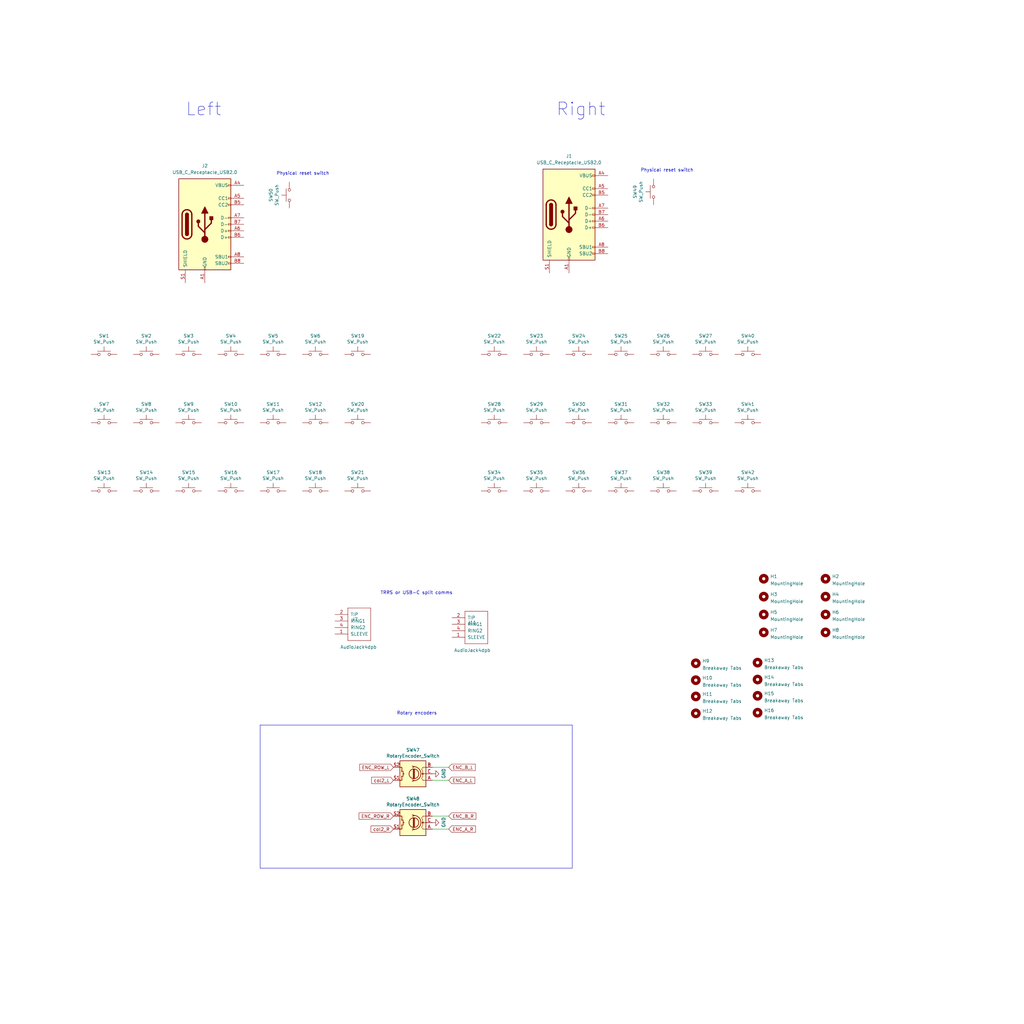
<source format=kicad_sch>
(kicad_sch (version 20230121) (generator eeschema)

  (uuid 61fe293f-6808-4b7f-9340-9aaac7054a97)

  (paper "User" 399.999 399.999)

  (lib_symbols
    (symbol "Connector:USB_C_Receptacle_USB2.0" (pin_names (offset 1.016)) (in_bom yes) (on_board yes)
      (property "Reference" "J" (at -10.16 19.05 0)
        (effects (font (size 1.27 1.27)) (justify left))
      )
      (property "Value" "USB_C_Receptacle_USB2.0" (at 19.05 19.05 0)
        (effects (font (size 1.27 1.27)) (justify right))
      )
      (property "Footprint" "" (at 3.81 0 0)
        (effects (font (size 1.27 1.27)) hide)
      )
      (property "Datasheet" "https://www.usb.org/sites/default/files/documents/usb_type-c.zip" (at 3.81 0 0)
        (effects (font (size 1.27 1.27)) hide)
      )
      (property "ki_keywords" "usb universal serial bus type-C USB2.0" (at 0 0 0)
        (effects (font (size 1.27 1.27)) hide)
      )
      (property "ki_description" "USB 2.0-only Type-C Receptacle connector" (at 0 0 0)
        (effects (font (size 1.27 1.27)) hide)
      )
      (property "ki_fp_filters" "USB*C*Receptacle*" (at 0 0 0)
        (effects (font (size 1.27 1.27)) hide)
      )
      (symbol "USB_C_Receptacle_USB2.0_0_0"
        (rectangle (start -0.254 -17.78) (end 0.254 -16.764)
          (stroke (width 0) (type default))
          (fill (type none))
        )
        (rectangle (start 10.16 -14.986) (end 9.144 -15.494)
          (stroke (width 0) (type default))
          (fill (type none))
        )
        (rectangle (start 10.16 -12.446) (end 9.144 -12.954)
          (stroke (width 0) (type default))
          (fill (type none))
        )
        (rectangle (start 10.16 -4.826) (end 9.144 -5.334)
          (stroke (width 0) (type default))
          (fill (type none))
        )
        (rectangle (start 10.16 -2.286) (end 9.144 -2.794)
          (stroke (width 0) (type default))
          (fill (type none))
        )
        (rectangle (start 10.16 0.254) (end 9.144 -0.254)
          (stroke (width 0) (type default))
          (fill (type none))
        )
        (rectangle (start 10.16 2.794) (end 9.144 2.286)
          (stroke (width 0) (type default))
          (fill (type none))
        )
        (rectangle (start 10.16 7.874) (end 9.144 7.366)
          (stroke (width 0) (type default))
          (fill (type none))
        )
        (rectangle (start 10.16 10.414) (end 9.144 9.906)
          (stroke (width 0) (type default))
          (fill (type none))
        )
        (rectangle (start 10.16 15.494) (end 9.144 14.986)
          (stroke (width 0) (type default))
          (fill (type none))
        )
      )
      (symbol "USB_C_Receptacle_USB2.0_0_1"
        (rectangle (start -10.16 17.78) (end 10.16 -17.78)
          (stroke (width 0.254) (type default))
          (fill (type background))
        )
        (arc (start -8.89 -3.81) (mid -6.985 -5.7067) (end -5.08 -3.81)
          (stroke (width 0.508) (type default))
          (fill (type none))
        )
        (arc (start -7.62 -3.81) (mid -6.985 -4.4423) (end -6.35 -3.81)
          (stroke (width 0.254) (type default))
          (fill (type none))
        )
        (arc (start -7.62 -3.81) (mid -6.985 -4.4423) (end -6.35 -3.81)
          (stroke (width 0.254) (type default))
          (fill (type outline))
        )
        (rectangle (start -7.62 -3.81) (end -6.35 3.81)
          (stroke (width 0.254) (type default))
          (fill (type outline))
        )
        (arc (start -6.35 3.81) (mid -6.985 4.4423) (end -7.62 3.81)
          (stroke (width 0.254) (type default))
          (fill (type none))
        )
        (arc (start -6.35 3.81) (mid -6.985 4.4423) (end -7.62 3.81)
          (stroke (width 0.254) (type default))
          (fill (type outline))
        )
        (arc (start -5.08 3.81) (mid -6.985 5.7067) (end -8.89 3.81)
          (stroke (width 0.508) (type default))
          (fill (type none))
        )
        (circle (center -2.54 1.143) (radius 0.635)
          (stroke (width 0.254) (type default))
          (fill (type outline))
        )
        (circle (center 0 -5.842) (radius 1.27)
          (stroke (width 0) (type default))
          (fill (type outline))
        )
        (polyline
          (pts
            (xy -8.89 -3.81)
            (xy -8.89 3.81)
          )
          (stroke (width 0.508) (type default))
          (fill (type none))
        )
        (polyline
          (pts
            (xy -5.08 3.81)
            (xy -5.08 -3.81)
          )
          (stroke (width 0.508) (type default))
          (fill (type none))
        )
        (polyline
          (pts
            (xy 0 -5.842)
            (xy 0 4.318)
          )
          (stroke (width 0.508) (type default))
          (fill (type none))
        )
        (polyline
          (pts
            (xy 0 -3.302)
            (xy -2.54 -0.762)
            (xy -2.54 0.508)
          )
          (stroke (width 0.508) (type default))
          (fill (type none))
        )
        (polyline
          (pts
            (xy 0 -2.032)
            (xy 2.54 0.508)
            (xy 2.54 1.778)
          )
          (stroke (width 0.508) (type default))
          (fill (type none))
        )
        (polyline
          (pts
            (xy -1.27 4.318)
            (xy 0 6.858)
            (xy 1.27 4.318)
            (xy -1.27 4.318)
          )
          (stroke (width 0.254) (type default))
          (fill (type outline))
        )
        (rectangle (start 1.905 1.778) (end 3.175 3.048)
          (stroke (width 0.254) (type default))
          (fill (type outline))
        )
      )
      (symbol "USB_C_Receptacle_USB2.0_1_1"
        (pin passive line (at 0 -22.86 90) (length 5.08)
          (name "GND" (effects (font (size 1.27 1.27))))
          (number "A1" (effects (font (size 1.27 1.27))))
        )
        (pin passive line (at 0 -22.86 90) (length 5.08) hide
          (name "GND" (effects (font (size 1.27 1.27))))
          (number "A12" (effects (font (size 1.27 1.27))))
        )
        (pin passive line (at 15.24 15.24 180) (length 5.08)
          (name "VBUS" (effects (font (size 1.27 1.27))))
          (number "A4" (effects (font (size 1.27 1.27))))
        )
        (pin bidirectional line (at 15.24 10.16 180) (length 5.08)
          (name "CC1" (effects (font (size 1.27 1.27))))
          (number "A5" (effects (font (size 1.27 1.27))))
        )
        (pin bidirectional line (at 15.24 -2.54 180) (length 5.08)
          (name "D+" (effects (font (size 1.27 1.27))))
          (number "A6" (effects (font (size 1.27 1.27))))
        )
        (pin bidirectional line (at 15.24 2.54 180) (length 5.08)
          (name "D-" (effects (font (size 1.27 1.27))))
          (number "A7" (effects (font (size 1.27 1.27))))
        )
        (pin bidirectional line (at 15.24 -12.7 180) (length 5.08)
          (name "SBU1" (effects (font (size 1.27 1.27))))
          (number "A8" (effects (font (size 1.27 1.27))))
        )
        (pin passive line (at 15.24 15.24 180) (length 5.08) hide
          (name "VBUS" (effects (font (size 1.27 1.27))))
          (number "A9" (effects (font (size 1.27 1.27))))
        )
        (pin passive line (at 0 -22.86 90) (length 5.08) hide
          (name "GND" (effects (font (size 1.27 1.27))))
          (number "B1" (effects (font (size 1.27 1.27))))
        )
        (pin passive line (at 0 -22.86 90) (length 5.08) hide
          (name "GND" (effects (font (size 1.27 1.27))))
          (number "B12" (effects (font (size 1.27 1.27))))
        )
        (pin passive line (at 15.24 15.24 180) (length 5.08) hide
          (name "VBUS" (effects (font (size 1.27 1.27))))
          (number "B4" (effects (font (size 1.27 1.27))))
        )
        (pin bidirectional line (at 15.24 7.62 180) (length 5.08)
          (name "CC2" (effects (font (size 1.27 1.27))))
          (number "B5" (effects (font (size 1.27 1.27))))
        )
        (pin bidirectional line (at 15.24 -5.08 180) (length 5.08)
          (name "D+" (effects (font (size 1.27 1.27))))
          (number "B6" (effects (font (size 1.27 1.27))))
        )
        (pin bidirectional line (at 15.24 0 180) (length 5.08)
          (name "D-" (effects (font (size 1.27 1.27))))
          (number "B7" (effects (font (size 1.27 1.27))))
        )
        (pin bidirectional line (at 15.24 -15.24 180) (length 5.08)
          (name "SBU2" (effects (font (size 1.27 1.27))))
          (number "B8" (effects (font (size 1.27 1.27))))
        )
        (pin passive line (at 15.24 15.24 180) (length 5.08) hide
          (name "VBUS" (effects (font (size 1.27 1.27))))
          (number "B9" (effects (font (size 1.27 1.27))))
        )
        (pin passive line (at -7.62 -22.86 90) (length 5.08)
          (name "SHIELD" (effects (font (size 1.27 1.27))))
          (number "S1" (effects (font (size 1.27 1.27))))
        )
      )
    )
    (symbol "Mechanical:MountingHole" (pin_names (offset 1.016)) (in_bom yes) (on_board yes)
      (property "Reference" "H" (at 0 5.08 0)
        (effects (font (size 1.27 1.27)))
      )
      (property "Value" "MountingHole" (at 0 3.175 0)
        (effects (font (size 1.27 1.27)))
      )
      (property "Footprint" "" (at 0 0 0)
        (effects (font (size 1.27 1.27)) hide)
      )
      (property "Datasheet" "~" (at 0 0 0)
        (effects (font (size 1.27 1.27)) hide)
      )
      (property "ki_keywords" "mounting hole" (at 0 0 0)
        (effects (font (size 1.27 1.27)) hide)
      )
      (property "ki_description" "Mounting Hole without connection" (at 0 0 0)
        (effects (font (size 1.27 1.27)) hide)
      )
      (property "ki_fp_filters" "MountingHole*" (at 0 0 0)
        (effects (font (size 1.27 1.27)) hide)
      )
      (symbol "MountingHole_0_1"
        (circle (center 0 0) (radius 1.27)
          (stroke (width 1.27) (type default))
          (fill (type none))
        )
      )
    )
    (symbol "Switch:SW_Push" (pin_numbers hide) (pin_names (offset 1.016) hide) (in_bom yes) (on_board yes)
      (property "Reference" "SW" (at 1.27 2.54 0)
        (effects (font (size 1.27 1.27)) (justify left))
      )
      (property "Value" "SW_Push" (at 0 -1.524 0)
        (effects (font (size 1.27 1.27)))
      )
      (property "Footprint" "" (at 0 5.08 0)
        (effects (font (size 1.27 1.27)) hide)
      )
      (property "Datasheet" "~" (at 0 5.08 0)
        (effects (font (size 1.27 1.27)) hide)
      )
      (property "ki_keywords" "switch normally-open pushbutton push-button" (at 0 0 0)
        (effects (font (size 1.27 1.27)) hide)
      )
      (property "ki_description" "Push button switch, generic, two pins" (at 0 0 0)
        (effects (font (size 1.27 1.27)) hide)
      )
      (symbol "SW_Push_0_1"
        (circle (center -2.032 0) (radius 0.508)
          (stroke (width 0) (type default))
          (fill (type none))
        )
        (polyline
          (pts
            (xy 0 1.27)
            (xy 0 3.048)
          )
          (stroke (width 0) (type default))
          (fill (type none))
        )
        (polyline
          (pts
            (xy 2.54 1.27)
            (xy -2.54 1.27)
          )
          (stroke (width 0) (type default))
          (fill (type none))
        )
        (circle (center 2.032 0) (radius 0.508)
          (stroke (width 0) (type default))
          (fill (type none))
        )
        (pin passive line (at -5.08 0 0) (length 2.54)
          (name "1" (effects (font (size 1.27 1.27))))
          (number "1" (effects (font (size 1.27 1.27))))
        )
        (pin passive line (at 5.08 0 180) (length 2.54)
          (name "2" (effects (font (size 1.27 1.27))))
          (number "2" (effects (font (size 1.27 1.27))))
        )
      )
    )
    (symbol "ffkb-rescue:RotaryEncoder_Switch-Device" (pin_names (offset 0.254) hide) (in_bom yes) (on_board yes)
      (property "Reference" "SW" (at 0 6.604 0)
        (effects (font (size 1.27 1.27)))
      )
      (property "Value" "RotaryEncoder_Switch-Device" (at 0 -6.604 0)
        (effects (font (size 1.27 1.27)))
      )
      (property "Footprint" "" (at -3.81 4.064 0)
        (effects (font (size 1.27 1.27)) hide)
      )
      (property "Datasheet" "" (at 0 6.604 0)
        (effects (font (size 1.27 1.27)) hide)
      )
      (property "ki_fp_filters" "RotaryEncoder*Switch*" (at 0 0 0)
        (effects (font (size 1.27 1.27)) hide)
      )
      (symbol "RotaryEncoder_Switch-Device_0_1"
        (rectangle (start -5.08 5.08) (end 5.08 -5.08)
          (stroke (width 0.254) (type default))
          (fill (type background))
        )
        (circle (center -3.81 0) (radius 0.254)
          (stroke (width 0) (type default))
          (fill (type outline))
        )
        (circle (center -0.381 0) (radius 1.905)
          (stroke (width 0.254) (type default))
          (fill (type none))
        )
        (arc (start -0.381 2.667) (mid -3.0988 -0.0635) (end -0.381 -2.794)
          (stroke (width 0.254) (type default))
          (fill (type none))
        )
        (polyline
          (pts
            (xy -0.635 -1.778)
            (xy -0.635 1.778)
          )
          (stroke (width 0.254) (type default))
          (fill (type none))
        )
        (polyline
          (pts
            (xy -0.381 -1.778)
            (xy -0.381 1.778)
          )
          (stroke (width 0.254) (type default))
          (fill (type none))
        )
        (polyline
          (pts
            (xy -0.127 1.778)
            (xy -0.127 -1.778)
          )
          (stroke (width 0.254) (type default))
          (fill (type none))
        )
        (polyline
          (pts
            (xy 3.81 0)
            (xy 3.429 0)
          )
          (stroke (width 0.254) (type default))
          (fill (type none))
        )
        (polyline
          (pts
            (xy 3.81 1.016)
            (xy 3.81 -1.016)
          )
          (stroke (width 0.254) (type default))
          (fill (type none))
        )
        (polyline
          (pts
            (xy -5.08 -2.54)
            (xy -3.81 -2.54)
            (xy -3.81 -2.032)
          )
          (stroke (width 0) (type default))
          (fill (type none))
        )
        (polyline
          (pts
            (xy -5.08 2.54)
            (xy -3.81 2.54)
            (xy -3.81 2.032)
          )
          (stroke (width 0) (type default))
          (fill (type none))
        )
        (polyline
          (pts
            (xy 0.254 -3.048)
            (xy -0.508 -2.794)
            (xy 0.127 -2.413)
          )
          (stroke (width 0.254) (type default))
          (fill (type none))
        )
        (polyline
          (pts
            (xy 0.254 2.921)
            (xy -0.508 2.667)
            (xy 0.127 2.286)
          )
          (stroke (width 0.254) (type default))
          (fill (type none))
        )
        (polyline
          (pts
            (xy 5.08 -2.54)
            (xy 4.318 -2.54)
            (xy 4.318 -1.016)
          )
          (stroke (width 0.254) (type default))
          (fill (type none))
        )
        (polyline
          (pts
            (xy 5.08 2.54)
            (xy 4.318 2.54)
            (xy 4.318 1.016)
          )
          (stroke (width 0.254) (type default))
          (fill (type none))
        )
        (polyline
          (pts
            (xy -5.08 0)
            (xy -3.81 0)
            (xy -3.81 -1.016)
            (xy -3.302 -2.032)
          )
          (stroke (width 0) (type default))
          (fill (type none))
        )
        (polyline
          (pts
            (xy -4.318 0)
            (xy -3.81 0)
            (xy -3.81 1.016)
            (xy -3.302 2.032)
          )
          (stroke (width 0) (type default))
          (fill (type none))
        )
        (circle (center 4.318 -1.016) (radius 0.127)
          (stroke (width 0.254) (type default))
          (fill (type none))
        )
        (circle (center 4.318 1.016) (radius 0.127)
          (stroke (width 0.254) (type default))
          (fill (type none))
        )
      )
      (symbol "RotaryEncoder_Switch-Device_1_1"
        (pin passive line (at -7.62 2.54 0) (length 2.54)
          (name "A" (effects (font (size 1.27 1.27))))
          (number "A" (effects (font (size 1.27 1.27))))
        )
        (pin passive line (at -7.62 -2.54 0) (length 2.54)
          (name "B" (effects (font (size 1.27 1.27))))
          (number "B" (effects (font (size 1.27 1.27))))
        )
        (pin passive line (at -7.62 0 0) (length 2.54)
          (name "C" (effects (font (size 1.27 1.27))))
          (number "C" (effects (font (size 1.27 1.27))))
        )
        (pin passive line (at 7.62 2.54 180) (length 2.54)
          (name "S1" (effects (font (size 1.27 1.27))))
          (number "S1" (effects (font (size 1.27 1.27))))
        )
        (pin passive line (at 7.62 -2.54 180) (length 2.54)
          (name "S2" (effects (font (size 1.27 1.27))))
          (number "S2" (effects (font (size 1.27 1.27))))
        )
      )
    )
    (symbol "keebio:TRRS" (pin_names (offset 1.016)) (in_bom yes) (on_board yes)
      (property "Reference" "U" (at 0 15.24 0)
        (effects (font (size 1.524 1.524)))
      )
      (property "Value" "TRRS" (at 0 -2.54 0)
        (effects (font (size 1.524 1.524)))
      )
      (property "Footprint" "" (at 3.81 0 0)
        (effects (font (size 1.524 1.524)) hide)
      )
      (property "Datasheet" "" (at 3.81 0 0)
        (effects (font (size 1.524 1.524)) hide)
      )
      (symbol "TRRS_0_1"
        (rectangle (start -3.81 0) (end -3.81 12.7)
          (stroke (width 0) (type default))
          (fill (type none))
        )
        (rectangle (start -3.81 12.7) (end 5.08 12.7)
          (stroke (width 0) (type default))
          (fill (type none))
        )
        (rectangle (start 5.08 0) (end -3.81 0)
          (stroke (width 0) (type default))
          (fill (type none))
        )
        (rectangle (start 5.08 12.7) (end 5.08 0)
          (stroke (width 0) (type default))
          (fill (type none))
        )
      )
      (symbol "TRRS_1_1"
        (pin input line (at -8.89 2.54 0) (length 5.08)
          (name "SLEEVE" (effects (font (size 1.27 1.27))))
          (number "1" (effects (font (size 1.27 1.27))))
        )
        (pin input line (at -8.89 10.16 0) (length 5.08)
          (name "TIP" (effects (font (size 1.27 1.27))))
          (number "2" (effects (font (size 1.27 1.27))))
        )
        (pin input line (at -8.89 7.62 0) (length 5.08)
          (name "RING1" (effects (font (size 1.27 1.27))))
          (number "3" (effects (font (size 1.27 1.27))))
        )
        (pin input line (at -8.89 5.08 0) (length 5.08)
          (name "RING2" (effects (font (size 1.27 1.27))))
          (number "4" (effects (font (size 1.27 1.27))))
        )
      )
    )
    (symbol "power:GND" (power) (pin_names (offset 0)) (in_bom yes) (on_board yes)
      (property "Reference" "#PWR" (at 0 -6.35 0)
        (effects (font (size 1.27 1.27)) hide)
      )
      (property "Value" "GND" (at 0 -3.81 0)
        (effects (font (size 1.27 1.27)))
      )
      (property "Footprint" "" (at 0 0 0)
        (effects (font (size 1.27 1.27)) hide)
      )
      (property "Datasheet" "" (at 0 0 0)
        (effects (font (size 1.27 1.27)) hide)
      )
      (property "ki_keywords" "power-flag" (at 0 0 0)
        (effects (font (size 1.27 1.27)) hide)
      )
      (property "ki_description" "Power symbol creates a global label with name \"GND\" , ground" (at 0 0 0)
        (effects (font (size 1.27 1.27)) hide)
      )
      (symbol "GND_0_1"
        (polyline
          (pts
            (xy 0 0)
            (xy 0 -1.27)
            (xy 1.27 -1.27)
            (xy 0 -2.54)
            (xy -1.27 -1.27)
            (xy 0 -1.27)
          )
          (stroke (width 0) (type default))
          (fill (type none))
        )
      )
      (symbol "GND_1_1"
        (pin power_in line (at 0 0 270) (length 0) hide
          (name "GND" (effects (font (size 1.27 1.27))))
          (number "1" (effects (font (size 1.27 1.27))))
        )
      )
    )
  )


  (wire (pts (xy 168.91 323.85) (xy 175.26 323.85))
    (stroke (width 0) (type default))
    (uuid 17c39424-1c10-4ecf-8e13-ee3e4cfca6f8)
  )
  (polyline (pts (xy 223.52 339.09) (xy 223.52 283.21))
    (stroke (width 0) (type default))
    (uuid 41e362e1-f999-4b83-9641-448052b4ebe8)
  )
  (polyline (pts (xy 223.52 283.21) (xy 101.6 283.21))
    (stroke (width 0) (type default))
    (uuid 540dbb06-caf6-4dfe-abd7-cda33e75c9ae)
  )
  (polyline (pts (xy 101.6 339.09) (xy 223.52 339.09))
    (stroke (width 0) (type default))
    (uuid 7e543aee-2c59-45a2-b035-137f47666ff2)
  )

  (wire (pts (xy 168.91 318.77) (xy 175.26 318.77))
    (stroke (width 0) (type default))
    (uuid 8f63c169-a884-4669-8210-f5b2596cd80a)
  )
  (polyline (pts (xy 101.6 283.21) (xy 101.6 339.09))
    (stroke (width 0) (type default))
    (uuid dc211077-f013-4a6f-84c1-d6ee5b5bed9e)
  )

  (wire (pts (xy 168.91 299.72) (xy 175.26 299.72))
    (stroke (width 0) (type default))
    (uuid ec19e519-279b-4d08-8288-be58fe8a8d44)
  )
  (wire (pts (xy 168.91 304.8) (xy 175.26 304.8))
    (stroke (width 0) (type default))
    (uuid f5f503b5-f93a-4eb0-a9b7-af9692dd025f)
  )

  (text "Rotary encoders" (at 154.94 279.4 0)
    (effects (font (size 1.27 1.27)) (justify left bottom))
    (uuid 0dade29c-aecc-4c97-9e20-132ddba641ee)
  )
  (text "Right" (at 217.17 45.72 0)
    (effects (font (size 5 5)) (justify left bottom))
    (uuid 24248ca6-0ea9-4394-b83a-981cc23430f9)
  )
  (text "Physical reset switch" (at 107.95 68.58 0)
    (effects (font (size 1.27 1.27)) (justify left bottom))
    (uuid 636404ce-de6c-4052-9e31-1223fc69433c)
  )
  (text "Physical reset switch" (at 250.19 67.31 0)
    (effects (font (size 1.27 1.27)) (justify left bottom))
    (uuid 94bfa36c-401b-4363-86f5-7c41b9fe6efb)
  )
  (text "Left" (at 72.39 45.72 0)
    (effects (font (size 5 5)) (justify left bottom))
    (uuid a5c01d80-d69d-4525-ac1d-bbdd807f9cb7)
  )
  (text "TRRS or USB-C split comms" (at 148.59 232.41 0)
    (effects (font (size 1.27 1.27)) (justify left bottom))
    (uuid be9519a5-57cb-406c-92b0-68e5e3d8c624)
  )

  (global_label "ENC_B_R" (shape input) (at 175.26 318.77 0) (fields_autoplaced)
    (effects (font (size 1.27 1.27)) (justify left))
    (uuid 2ce64b30-5206-4ff5-9011-10493e25e7d1)
    (property "Intersheetrefs" "${INTERSHEET_REFS}" (at 185.809 318.6906 0)
      (effects (font (size 1.27 1.27)) (justify left) hide)
    )
  )
  (global_label "ENC_A_R" (shape input) (at 175.26 323.85 0) (fields_autoplaced)
    (effects (font (size 1.27 1.27)) (justify left))
    (uuid 3e957086-8ebe-4281-869c-8db0d4bd1a73)
    (property "Intersheetrefs" "${INTERSHEET_REFS}" (at 185.6275 323.7706 0)
      (effects (font (size 1.27 1.27)) (justify left) hide)
    )
  )
  (global_label "col2_L" (shape input) (at 153.67 304.8 180) (fields_autoplaced)
    (effects (font (size 1.27 1.27)) (justify right))
    (uuid 40ffcf43-8676-4ace-9bdb-371af15cccca)
    (property "Intersheetrefs" "${INTERSHEET_REFS}" (at 145.2377 304.8794 0)
      (effects (font (size 1.27 1.27)) (justify right) hide)
    )
  )
  (global_label "col2_R" (shape input) (at 153.67 323.85 180) (fields_autoplaced)
    (effects (font (size 1.27 1.27)) (justify right))
    (uuid 55635eec-9278-41a9-bc4e-af108e116a73)
    (property "Intersheetrefs" "${INTERSHEET_REFS}" (at 144.9958 323.7706 0)
      (effects (font (size 1.27 1.27)) (justify right) hide)
    )
  )
  (global_label "ENC_A_L" (shape input) (at 175.26 304.8 0) (fields_autoplaced)
    (effects (font (size 1.27 1.27)) (justify left))
    (uuid 684b317f-96b2-4563-94b7-a9f9dbce19d3)
    (property "Intersheetrefs" "${INTERSHEET_REFS}" (at 185.3856 304.7206 0)
      (effects (font (size 1.27 1.27)) (justify left) hide)
    )
  )
  (global_label "ENC_ROW_R" (shape input) (at 153.67 318.77 180) (fields_autoplaced)
    (effects (font (size 1.27 1.27)) (justify right))
    (uuid 8eaa18c2-5320-458b-982f-1ed8bd4b1ebd)
    (property "Intersheetrefs" "${INTERSHEET_REFS}" (at 140.3391 318.6906 0)
      (effects (font (size 1.27 1.27)) (justify right) hide)
    )
  )
  (global_label "ENC_ROW_L" (shape input) (at 153.67 299.72 180) (fields_autoplaced)
    (effects (font (size 1.27 1.27)) (justify right))
    (uuid dfe6c11e-acd8-45c9-8af6-9efa9ad526f6)
    (property "Intersheetrefs" "${INTERSHEET_REFS}" (at 140.581 299.6406 0)
      (effects (font (size 1.27 1.27)) (justify right) hide)
    )
  )
  (global_label "ENC_B_L" (shape input) (at 175.26 299.72 0) (fields_autoplaced)
    (effects (font (size 1.27 1.27)) (justify left))
    (uuid fc4ead07-2c75-4f81-b5b2-9b940d5c0fbf)
    (property "Intersheetrefs" "${INTERSHEET_REFS}" (at 185.5671 299.6406 0)
      (effects (font (size 1.27 1.27)) (justify left) hide)
    )
  )

  (symbol (lib_id "Switch:SW_Push") (at 57.15 138.43 0) (unit 1)
    (in_bom yes) (on_board yes) (dnp no)
    (uuid 00000000-0000-0000-0000-000060ed53a1)
    (property "Reference" "SW2" (at 57.15 131.191 0)
      (effects (font (size 1.27 1.27)))
    )
    (property "Value" "SW_Push" (at 57.15 133.5024 0)
      (effects (font (size 1.27 1.27)))
    )
    (property "Footprint" "fingerpunch-plates:switch-cutout-mx" (at 57.15 133.35 0)
      (effects (font (size 1.27 1.27)) hide)
    )
    (property "Datasheet" "~" (at 57.15 133.35 0)
      (effects (font (size 1.27 1.27)) hide)
    )
    (pin "1" (uuid d9d563e7-1a6a-4799-a2f3-85a99db9a544))
    (pin "2" (uuid ff24373c-2038-4f59-9f8c-0503525a62b7))
    (instances
      (project "ximi-plates-template"
        (path "/61fe293f-6808-4b7f-9340-9aaac7054a97"
          (reference "SW2") (unit 1)
        )
      )
    )
  )

  (symbol (lib_id "Switch:SW_Push") (at 73.66 138.43 0) (unit 1)
    (in_bom yes) (on_board yes) (dnp no)
    (uuid 00000000-0000-0000-0000-000060ee975d)
    (property "Reference" "SW3" (at 73.66 131.191 0)
      (effects (font (size 1.27 1.27)))
    )
    (property "Value" "SW_Push" (at 73.66 133.5024 0)
      (effects (font (size 1.27 1.27)))
    )
    (property "Footprint" "fingerpunch-plates:switch-cutout-mx" (at 73.66 133.35 0)
      (effects (font (size 1.27 1.27)) hide)
    )
    (property "Datasheet" "~" (at 73.66 133.35 0)
      (effects (font (size 1.27 1.27)) hide)
    )
    (pin "1" (uuid 952eb6d2-2954-4111-a5a8-f0a4d5f90c38))
    (pin "2" (uuid b80eaa86-2010-44e1-a77e-325d4cca16f7))
    (instances
      (project "ximi-plates-template"
        (path "/61fe293f-6808-4b7f-9340-9aaac7054a97"
          (reference "SW3") (unit 1)
        )
      )
    )
  )

  (symbol (lib_id "Switch:SW_Push") (at 90.17 138.43 0) (unit 1)
    (in_bom yes) (on_board yes) (dnp no)
    (uuid 00000000-0000-0000-0000-000060eed265)
    (property "Reference" "SW4" (at 90.17 131.191 0)
      (effects (font (size 1.27 1.27)))
    )
    (property "Value" "SW_Push" (at 90.17 133.5024 0)
      (effects (font (size 1.27 1.27)))
    )
    (property "Footprint" "fingerpunch-plates:switch-cutout-mx" (at 90.17 133.35 0)
      (effects (font (size 1.27 1.27)) hide)
    )
    (property "Datasheet" "~" (at 90.17 133.35 0)
      (effects (font (size 1.27 1.27)) hide)
    )
    (pin "1" (uuid 00dcf642-2107-4639-8754-6e915c1b9aa8))
    (pin "2" (uuid 33f5878c-5246-435a-be5b-77cb5fb58e5e))
    (instances
      (project "ximi-plates-template"
        (path "/61fe293f-6808-4b7f-9340-9aaac7054a97"
          (reference "SW4") (unit 1)
        )
      )
    )
  )

  (symbol (lib_id "Switch:SW_Push") (at 106.68 138.43 0) (unit 1)
    (in_bom yes) (on_board yes) (dnp no)
    (uuid 00000000-0000-0000-0000-000060eed275)
    (property "Reference" "SW5" (at 106.68 131.191 0)
      (effects (font (size 1.27 1.27)))
    )
    (property "Value" "SW_Push" (at 106.68 133.5024 0)
      (effects (font (size 1.27 1.27)))
    )
    (property "Footprint" "fingerpunch-plates:switch-cutout-mx" (at 106.68 133.35 0)
      (effects (font (size 1.27 1.27)) hide)
    )
    (property "Datasheet" "~" (at 106.68 133.35 0)
      (effects (font (size 1.27 1.27)) hide)
    )
    (pin "1" (uuid ceded776-8101-4dc2-bf0c-c68067368bff))
    (pin "2" (uuid d8735775-66e9-48f1-ad25-a0cb7a5ab2e7))
    (instances
      (project "ximi-plates-template"
        (path "/61fe293f-6808-4b7f-9340-9aaac7054a97"
          (reference "SW5") (unit 1)
        )
      )
    )
  )

  (symbol (lib_id "Switch:SW_Push") (at 123.19 138.43 0) (unit 1)
    (in_bom yes) (on_board yes) (dnp no)
    (uuid 00000000-0000-0000-0000-000060ef09f2)
    (property "Reference" "SW6" (at 123.19 131.191 0)
      (effects (font (size 1.27 1.27)))
    )
    (property "Value" "SW_Push" (at 123.19 133.5024 0)
      (effects (font (size 1.27 1.27)))
    )
    (property "Footprint" "fingerpunch-plates:switch-cutout-mx" (at 123.19 133.35 0)
      (effects (font (size 1.27 1.27)) hide)
    )
    (property "Datasheet" "~" (at 123.19 133.35 0)
      (effects (font (size 1.27 1.27)) hide)
    )
    (pin "1" (uuid d2312d0b-83c5-4de4-8a71-5555bab4aa14))
    (pin "2" (uuid a02abe2f-a70b-4da2-9984-7202e6cddfd0))
    (instances
      (project "ximi-plates-template"
        (path "/61fe293f-6808-4b7f-9340-9aaac7054a97"
          (reference "SW6") (unit 1)
        )
      )
    )
  )

  (symbol (lib_id "Switch:SW_Push") (at 139.7 138.43 0) (unit 1)
    (in_bom yes) (on_board yes) (dnp no)
    (uuid 00000000-0000-0000-0000-000060ef0a02)
    (property "Reference" "SW19" (at 139.7 131.191 0)
      (effects (font (size 1.27 1.27)))
    )
    (property "Value" "SW_Push" (at 139.7 133.5024 0)
      (effects (font (size 1.27 1.27)))
    )
    (property "Footprint" "fingerpunch-plates:switch-cutout-mx" (at 139.7 133.35 0)
      (effects (font (size 1.27 1.27)) hide)
    )
    (property "Datasheet" "~" (at 139.7 133.35 0)
      (effects (font (size 1.27 1.27)) hide)
    )
    (pin "1" (uuid 61cedf16-9450-4fff-8022-dc881e9dd40d))
    (pin "2" (uuid a5c72095-2fa8-45cf-ba49-f89bd3f05498))
    (instances
      (project "ximi-plates-template"
        (path "/61fe293f-6808-4b7f-9340-9aaac7054a97"
          (reference "SW19") (unit 1)
        )
      )
    )
  )

  (symbol (lib_id "Switch:SW_Push") (at 57.15 165.1 0) (unit 1)
    (in_bom yes) (on_board yes) (dnp no)
    (uuid 00000000-0000-0000-0000-000060ef4e18)
    (property "Reference" "SW8" (at 57.15 157.861 0)
      (effects (font (size 1.27 1.27)))
    )
    (property "Value" "SW_Push" (at 57.15 160.1724 0)
      (effects (font (size 1.27 1.27)))
    )
    (property "Footprint" "fingerpunch-plates:switch-cutout-mx" (at 57.15 160.02 0)
      (effects (font (size 1.27 1.27)) hide)
    )
    (property "Datasheet" "~" (at 57.15 160.02 0)
      (effects (font (size 1.27 1.27)) hide)
    )
    (pin "1" (uuid fd6c9792-9fbd-461e-8c10-40765aa8fc1a))
    (pin "2" (uuid 4dc172c9-8d82-488c-a618-cabc47686492))
    (instances
      (project "ximi-plates-template"
        (path "/61fe293f-6808-4b7f-9340-9aaac7054a97"
          (reference "SW8") (unit 1)
        )
      )
    )
  )

  (symbol (lib_id "Switch:SW_Push") (at 73.66 165.1 0) (unit 1)
    (in_bom yes) (on_board yes) (dnp no)
    (uuid 00000000-0000-0000-0000-000060ef4e28)
    (property "Reference" "SW9" (at 73.66 157.861 0)
      (effects (font (size 1.27 1.27)))
    )
    (property "Value" "SW_Push" (at 73.66 160.1724 0)
      (effects (font (size 1.27 1.27)))
    )
    (property "Footprint" "fingerpunch-plates:switch-cutout-mx" (at 73.66 160.02 0)
      (effects (font (size 1.27 1.27)) hide)
    )
    (property "Datasheet" "~" (at 73.66 160.02 0)
      (effects (font (size 1.27 1.27)) hide)
    )
    (pin "1" (uuid 83f398ab-4539-47c5-b26a-93ca54378770))
    (pin "2" (uuid a218eb0a-a093-4d2d-bf68-3e0c486b09f2))
    (instances
      (project "ximi-plates-template"
        (path "/61fe293f-6808-4b7f-9340-9aaac7054a97"
          (reference "SW9") (unit 1)
        )
      )
    )
  )

  (symbol (lib_id "Switch:SW_Push") (at 90.17 165.1 0) (unit 1)
    (in_bom yes) (on_board yes) (dnp no)
    (uuid 00000000-0000-0000-0000-000060ef914b)
    (property "Reference" "SW10" (at 90.17 157.861 0)
      (effects (font (size 1.27 1.27)))
    )
    (property "Value" "SW_Push" (at 90.17 160.1724 0)
      (effects (font (size 1.27 1.27)))
    )
    (property "Footprint" "fingerpunch-plates:switch-cutout-mx" (at 90.17 160.02 0)
      (effects (font (size 1.27 1.27)) hide)
    )
    (property "Datasheet" "~" (at 90.17 160.02 0)
      (effects (font (size 1.27 1.27)) hide)
    )
    (pin "1" (uuid 868912b0-f8d9-4aad-90dc-8a4849207863))
    (pin "2" (uuid 8a505398-540e-46de-a991-856521182072))
    (instances
      (project "ximi-plates-template"
        (path "/61fe293f-6808-4b7f-9340-9aaac7054a97"
          (reference "SW10") (unit 1)
        )
      )
    )
  )

  (symbol (lib_id "Switch:SW_Push") (at 106.68 165.1 0) (unit 1)
    (in_bom yes) (on_board yes) (dnp no)
    (uuid 00000000-0000-0000-0000-000060ef915b)
    (property "Reference" "SW11" (at 106.68 157.861 0)
      (effects (font (size 1.27 1.27)))
    )
    (property "Value" "SW_Push" (at 106.68 160.1724 0)
      (effects (font (size 1.27 1.27)))
    )
    (property "Footprint" "fingerpunch-plates:switch-cutout-mx" (at 106.68 160.02 0)
      (effects (font (size 1.27 1.27)) hide)
    )
    (property "Datasheet" "~" (at 106.68 160.02 0)
      (effects (font (size 1.27 1.27)) hide)
    )
    (pin "1" (uuid fa42807d-0c15-4036-8b55-a76fa1c09146))
    (pin "2" (uuid 0e89514b-5a61-4aea-a61a-056b3205af2f))
    (instances
      (project "ximi-plates-template"
        (path "/61fe293f-6808-4b7f-9340-9aaac7054a97"
          (reference "SW11") (unit 1)
        )
      )
    )
  )

  (symbol (lib_id "Switch:SW_Push") (at 123.19 165.1 0) (unit 1)
    (in_bom yes) (on_board yes) (dnp no)
    (uuid 00000000-0000-0000-0000-000060efe98f)
    (property "Reference" "SW12" (at 123.19 157.861 0)
      (effects (font (size 1.27 1.27)))
    )
    (property "Value" "SW_Push" (at 123.19 160.1724 0)
      (effects (font (size 1.27 1.27)))
    )
    (property "Footprint" "fingerpunch-plates:switch-cutout-mx" (at 123.19 160.02 0)
      (effects (font (size 1.27 1.27)) hide)
    )
    (property "Datasheet" "~" (at 123.19 160.02 0)
      (effects (font (size 1.27 1.27)) hide)
    )
    (pin "1" (uuid 1cde62e2-a133-4b92-8538-a7292a812f08))
    (pin "2" (uuid ae91ad65-c9c5-4483-91e5-d32d6ba8a04c))
    (instances
      (project "ximi-plates-template"
        (path "/61fe293f-6808-4b7f-9340-9aaac7054a97"
          (reference "SW12") (unit 1)
        )
      )
    )
  )

  (symbol (lib_id "Switch:SW_Push") (at 139.7 191.77 0) (unit 1)
    (in_bom yes) (on_board yes) (dnp no)
    (uuid 00000000-0000-0000-0000-000060efe99f)
    (property "Reference" "SW21" (at 139.7 184.531 0)
      (effects (font (size 1.27 1.27)))
    )
    (property "Value" "SW_Push" (at 139.7 186.8424 0)
      (effects (font (size 1.27 1.27)))
    )
    (property "Footprint" "fingerpunch-plates:switch-cutout-mx" (at 139.7 186.69 0)
      (effects (font (size 1.27 1.27)) hide)
    )
    (property "Datasheet" "~" (at 139.7 186.69 0)
      (effects (font (size 1.27 1.27)) hide)
    )
    (pin "1" (uuid debe5b34-8d5e-4674-b56d-60c671acdebd))
    (pin "2" (uuid 07fa7ddb-4cb4-434a-b00c-5858d217f21d))
    (instances
      (project "ximi-plates-template"
        (path "/61fe293f-6808-4b7f-9340-9aaac7054a97"
          (reference "SW21") (unit 1)
        )
      )
    )
  )

  (symbol (lib_id "Switch:SW_Push") (at 57.15 191.77 0) (unit 1)
    (in_bom yes) (on_board yes) (dnp no)
    (uuid 00000000-0000-0000-0000-000060f037b7)
    (property "Reference" "SW14" (at 57.15 184.531 0)
      (effects (font (size 1.27 1.27)))
    )
    (property "Value" "SW_Push" (at 57.15 186.8424 0)
      (effects (font (size 1.27 1.27)))
    )
    (property "Footprint" "fingerpunch-plates:switch-cutout-mx" (at 57.15 186.69 0)
      (effects (font (size 1.27 1.27)) hide)
    )
    (property "Datasheet" "~" (at 57.15 186.69 0)
      (effects (font (size 1.27 1.27)) hide)
    )
    (pin "1" (uuid 58901d3c-983a-4aaa-aaf6-d3db52d0efa8))
    (pin "2" (uuid 250d4f0d-e87a-4d97-a116-bcd7cc7a08cb))
    (instances
      (project "ximi-plates-template"
        (path "/61fe293f-6808-4b7f-9340-9aaac7054a97"
          (reference "SW14") (unit 1)
        )
      )
    )
  )

  (symbol (lib_id "Switch:SW_Push") (at 73.66 191.77 0) (unit 1)
    (in_bom yes) (on_board yes) (dnp no)
    (uuid 00000000-0000-0000-0000-000060f037c7)
    (property "Reference" "SW15" (at 73.66 184.531 0)
      (effects (font (size 1.27 1.27)))
    )
    (property "Value" "SW_Push" (at 73.66 186.8424 0)
      (effects (font (size 1.27 1.27)))
    )
    (property "Footprint" "fingerpunch-plates:switch-cutout-mx" (at 73.66 186.69 0)
      (effects (font (size 1.27 1.27)) hide)
    )
    (property "Datasheet" "~" (at 73.66 186.69 0)
      (effects (font (size 1.27 1.27)) hide)
    )
    (pin "1" (uuid 5a780693-61fc-4761-9222-04a74a231d69))
    (pin "2" (uuid ece57487-be6d-4560-914c-432dd6fb27a0))
    (instances
      (project "ximi-plates-template"
        (path "/61fe293f-6808-4b7f-9340-9aaac7054a97"
          (reference "SW15") (unit 1)
        )
      )
    )
  )

  (symbol (lib_id "Switch:SW_Push") (at 90.17 191.77 0) (unit 1)
    (in_bom yes) (on_board yes) (dnp no)
    (uuid 00000000-0000-0000-0000-000060f08376)
    (property "Reference" "SW16" (at 90.17 184.531 0)
      (effects (font (size 1.27 1.27)))
    )
    (property "Value" "SW_Push" (at 90.17 186.8424 0)
      (effects (font (size 1.27 1.27)))
    )
    (property "Footprint" "fingerpunch-plates:switch-cutout-mx" (at 90.17 186.69 0)
      (effects (font (size 1.27 1.27)) hide)
    )
    (property "Datasheet" "~" (at 90.17 186.69 0)
      (effects (font (size 1.27 1.27)) hide)
    )
    (pin "1" (uuid 5d0bfb87-2966-4511-a2f2-200a11366799))
    (pin "2" (uuid 9e949464-7ffd-49d4-a5a5-7bdcdb22ae80))
    (instances
      (project "ximi-plates-template"
        (path "/61fe293f-6808-4b7f-9340-9aaac7054a97"
          (reference "SW16") (unit 1)
        )
      )
    )
  )

  (symbol (lib_id "Switch:SW_Push") (at 106.68 191.77 0) (unit 1)
    (in_bom yes) (on_board yes) (dnp no)
    (uuid 00000000-0000-0000-0000-000060f08386)
    (property "Reference" "SW17" (at 106.68 184.531 0)
      (effects (font (size 1.27 1.27)))
    )
    (property "Value" "SW_Push" (at 106.68 186.8424 0)
      (effects (font (size 1.27 1.27)))
    )
    (property "Footprint" "fingerpunch-plates:switch-cutout-mx" (at 106.68 186.69 0)
      (effects (font (size 1.27 1.27)) hide)
    )
    (property "Datasheet" "~" (at 106.68 186.69 0)
      (effects (font (size 1.27 1.27)) hide)
    )
    (pin "1" (uuid d03ca063-dbcc-4fbd-a2b8-a81cb6f5133e))
    (pin "2" (uuid 8045931b-15d4-4958-aba7-d39303dd1058))
    (instances
      (project "ximi-plates-template"
        (path "/61fe293f-6808-4b7f-9340-9aaac7054a97"
          (reference "SW17") (unit 1)
        )
      )
    )
  )

  (symbol (lib_id "Switch:SW_Push") (at 123.19 191.77 0) (unit 1)
    (in_bom yes) (on_board yes) (dnp no)
    (uuid 00000000-0000-0000-0000-000060f0de0f)
    (property "Reference" "SW18" (at 123.19 184.531 0)
      (effects (font (size 1.27 1.27)))
    )
    (property "Value" "SW_Push" (at 123.19 186.8424 0)
      (effects (font (size 1.27 1.27)))
    )
    (property "Footprint" "fingerpunch-plates:switch-cutout-mx" (at 123.19 186.69 0)
      (effects (font (size 1.27 1.27)) hide)
    )
    (property "Datasheet" "~" (at 123.19 186.69 0)
      (effects (font (size 1.27 1.27)) hide)
    )
    (pin "1" (uuid 1bd7038c-ccc5-4dc1-851d-aaabf77206fe))
    (pin "2" (uuid ff41b5c0-eafe-4fa6-887b-852f5806da3a))
    (instances
      (project "ximi-plates-template"
        (path "/61fe293f-6808-4b7f-9340-9aaac7054a97"
          (reference "SW18") (unit 1)
        )
      )
    )
  )

  (symbol (lib_id "Switch:SW_Push") (at 139.7 165.1 0) (unit 1)
    (in_bom yes) (on_board yes) (dnp no)
    (uuid 00000000-0000-0000-0000-000060f79c1f)
    (property "Reference" "SW20" (at 139.7 157.861 0)
      (effects (font (size 1.27 1.27)))
    )
    (property "Value" "SW_Push" (at 139.7 160.1724 0)
      (effects (font (size 1.27 1.27)))
    )
    (property "Footprint" "fingerpunch-plates:switch-cutout-mx" (at 139.7 160.02 0)
      (effects (font (size 1.27 1.27)) hide)
    )
    (property "Datasheet" "~" (at 139.7 160.02 0)
      (effects (font (size 1.27 1.27)) hide)
    )
    (pin "1" (uuid d166c03e-cd4b-4a5b-bb70-a7218f31b575))
    (pin "2" (uuid 837f1da1-c297-4591-bc6e-b2da5f018fbd))
    (instances
      (project "ximi-plates-template"
        (path "/61fe293f-6808-4b7f-9340-9aaac7054a97"
          (reference "SW20") (unit 1)
        )
      )
    )
  )

  (symbol (lib_id "Switch:SW_Push") (at 40.64 138.43 0) (unit 1)
    (in_bom yes) (on_board yes) (dnp no)
    (uuid 00000000-0000-0000-0000-000061cf878a)
    (property "Reference" "SW1" (at 40.64 131.191 0)
      (effects (font (size 1.27 1.27)))
    )
    (property "Value" "SW_Push" (at 40.64 133.5024 0)
      (effects (font (size 1.27 1.27)))
    )
    (property "Footprint" "fingerpunch-plates:switch-cutout-mx" (at 40.64 133.35 0)
      (effects (font (size 1.27 1.27)) hide)
    )
    (property "Datasheet" "~" (at 40.64 133.35 0)
      (effects (font (size 1.27 1.27)) hide)
    )
    (pin "1" (uuid 33f9003b-cbe2-4dc7-9288-a0db021e45b1))
    (pin "2" (uuid 0608391e-b202-4612-a73b-a670d65cd261))
    (instances
      (project "ximi-plates-template"
        (path "/61fe293f-6808-4b7f-9340-9aaac7054a97"
          (reference "SW1") (unit 1)
        )
      )
    )
  )

  (symbol (lib_id "Switch:SW_Push") (at 40.64 165.1 0) (unit 1)
    (in_bom yes) (on_board yes) (dnp no)
    (uuid 00000000-0000-0000-0000-000061cf8798)
    (property "Reference" "SW7" (at 40.64 157.861 0)
      (effects (font (size 1.27 1.27)))
    )
    (property "Value" "SW_Push" (at 40.64 160.1724 0)
      (effects (font (size 1.27 1.27)))
    )
    (property "Footprint" "fingerpunch-plates:switch-cutout-mx" (at 40.64 160.02 0)
      (effects (font (size 1.27 1.27)) hide)
    )
    (property "Datasheet" "~" (at 40.64 160.02 0)
      (effects (font (size 1.27 1.27)) hide)
    )
    (pin "1" (uuid 5013c67f-06e0-4f80-aed9-bc6aab34c225))
    (pin "2" (uuid 453f9340-906d-4aa8-b05c-f55f68566bd0))
    (instances
      (project "ximi-plates-template"
        (path "/61fe293f-6808-4b7f-9340-9aaac7054a97"
          (reference "SW7") (unit 1)
        )
      )
    )
  )

  (symbol (lib_id "Switch:SW_Push") (at 40.64 191.77 0) (unit 1)
    (in_bom yes) (on_board yes) (dnp no)
    (uuid 00000000-0000-0000-0000-000061cf87a6)
    (property "Reference" "SW13" (at 40.64 184.531 0)
      (effects (font (size 1.27 1.27)))
    )
    (property "Value" "SW_Push" (at 40.64 186.8424 0)
      (effects (font (size 1.27 1.27)))
    )
    (property "Footprint" "fingerpunch-plates:switch-cutout-mx" (at 40.64 186.69 0)
      (effects (font (size 1.27 1.27)) hide)
    )
    (property "Datasheet" "~" (at 40.64 186.69 0)
      (effects (font (size 1.27 1.27)) hide)
    )
    (pin "1" (uuid 39ba231d-e017-4a0f-a40c-d7bc6a7d019c))
    (pin "2" (uuid 6e0b4302-d46b-471c-b060-79e2c3c8a5dd))
    (instances
      (project "ximi-plates-template"
        (path "/61fe293f-6808-4b7f-9340-9aaac7054a97"
          (reference "SW13") (unit 1)
        )
      )
    )
  )

  (symbol (lib_id "Mechanical:MountingHole") (at 271.78 265.684 0) (unit 1)
    (in_bom yes) (on_board yes) (dnp no) (fields_autoplaced)
    (uuid 076ef2bf-2068-41c8-b96e-60c9884501b7)
    (property "Reference" "H10" (at 274.32 264.7755 0)
      (effects (font (size 1.27 1.27)) (justify left))
    )
    (property "Value" "Breakaway Tabs" (at 274.32 267.5506 0)
      (effects (font (size 1.27 1.27)) (justify left))
    )
    (property "Footprint" "fingerpunch:Breakaway_Tabs" (at 271.78 265.684 0)
      (effects (font (size 1.27 1.27)) hide)
    )
    (property "Datasheet" "~" (at 271.78 265.684 0)
      (effects (font (size 1.27 1.27)) hide)
    )
    (instances
      (project "ximi-plates-template"
        (path "/61fe293f-6808-4b7f-9340-9aaac7054a97"
          (reference "H10") (unit 1)
        )
      )
    )
  )

  (symbol (lib_id "power:GND") (at 168.91 321.31 90) (unit 1)
    (in_bom yes) (on_board yes) (dnp no)
    (uuid 08756abf-cfd2-49e8-bf3a-04b0a9552fe3)
    (property "Reference" "#PWR0128" (at 175.26 321.31 0)
      (effects (font (size 1.27 1.27)) hide)
    )
    (property "Value" "GND" (at 173.3042 321.183 0)
      (effects (font (size 1.27 1.27)))
    )
    (property "Footprint" "" (at 168.91 321.31 0)
      (effects (font (size 1.27 1.27)) hide)
    )
    (property "Datasheet" "" (at 168.91 321.31 0)
      (effects (font (size 1.27 1.27)) hide)
    )
    (pin "1" (uuid 0b7c991c-c1c8-4424-917a-aebac2484daf))
    (instances
      (project "ximi-plates-template"
        (path "/61fe293f-6808-4b7f-9340-9aaac7054a97"
          (reference "#PWR0128") (unit 1)
        )
      )
    )
  )

  (symbol (lib_id "Switch:SW_Push") (at 193.04 165.1 0) (unit 1)
    (in_bom yes) (on_board yes) (dnp no)
    (uuid 12fc0fd8-c5ed-4eb2-90e9-b8b81e4e6c61)
    (property "Reference" "SW28" (at 193.04 157.861 0)
      (effects (font (size 1.27 1.27)))
    )
    (property "Value" "SW_Push" (at 193.04 160.1724 0)
      (effects (font (size 1.27 1.27)))
    )
    (property "Footprint" "fingerpunch-plates:switch-cutout-mx" (at 193.04 160.02 0)
      (effects (font (size 1.27 1.27)) hide)
    )
    (property "Datasheet" "~" (at 193.04 160.02 0)
      (effects (font (size 1.27 1.27)) hide)
    )
    (pin "1" (uuid 6e49cc73-c013-4773-8bff-5c610877e590))
    (pin "2" (uuid 16d3f387-0814-467d-93ca-f54c4e8d42e4))
    (instances
      (project "ximi-plates-template"
        (path "/61fe293f-6808-4b7f-9340-9aaac7054a97"
          (reference "SW28") (unit 1)
        )
      )
    )
  )

  (symbol (lib_id "keebio:TRRS") (at 139.7 250.19 0) (unit 1)
    (in_bom yes) (on_board yes) (dnp no)
    (uuid 1421af88-958e-436d-af45-2c10133dd831)
    (property "Reference" "J7" (at 138.6078 241.935 0)
      (effects (font (size 1.27 1.27)))
    )
    (property "Value" "AudioJack4dpb" (at 140.0302 252.73 0)
      (effects (font (size 1.27 1.27)))
    )
    (property "Footprint" "fingerpunch-plates:TRRS-PJ-320A" (at 143.51 250.19 0)
      (effects (font (size 1.524 1.524)) hide)
    )
    (property "Datasheet" "~" (at 143.51 250.19 0)
      (effects (font (size 1.524 1.524)) hide)
    )
    (pin "1" (uuid 781c8d74-ab78-4c8e-8eec-44885772b068))
    (pin "2" (uuid 681a591c-dc87-467b-b682-b2d28d8fac24))
    (pin "3" (uuid 63bf2fd5-29f4-4360-bbe2-306c3121651b))
    (pin "4" (uuid b8c650c7-b41b-4453-bf62-80225c56bcb7))
    (instances
      (project "ximi-plates-template"
        (path "/61fe293f-6808-4b7f-9340-9aaac7054a97"
          (reference "J7") (unit 1)
        )
      )
    )
  )

  (symbol (lib_id "Connector:USB_C_Receptacle_USB2.0") (at 222.25 83.82 0) (unit 1)
    (in_bom yes) (on_board yes) (dnp no) (fields_autoplaced)
    (uuid 1c41c46e-8d62-4c96-bdc4-2da9a775357c)
    (property "Reference" "J1" (at 222.25 60.96 0)
      (effects (font (size 1.27 1.27)))
    )
    (property "Value" "USB_C_Receptacle_USB2.0" (at 222.25 63.5 0)
      (effects (font (size 1.27 1.27)))
    )
    (property "Footprint" "fingerpunch-plates:USB_C_Receptacle_HRO_TYPE-C-31-M-12" (at 226.06 83.82 0)
      (effects (font (size 1.27 1.27)) hide)
    )
    (property "Datasheet" "https://www.usb.org/sites/default/files/documents/usb_type-c.zip" (at 226.06 83.82 0)
      (effects (font (size 1.27 1.27)) hide)
    )
    (property "LCSC" "C165948" (at 222.25 83.82 0)
      (effects (font (size 1.27 1.27)) hide)
    )
    (pin "A1" (uuid 6c5599c2-8042-4e22-8c1b-40748e303a29))
    (pin "A12" (uuid 950439c5-613c-4f0d-97cb-26e5d936126c))
    (pin "A4" (uuid 3e6bf67f-6cee-4c87-83bb-34cf3a02c3c5))
    (pin "A5" (uuid 1dd83f84-e3de-47d8-b01e-3e1eaea46af3))
    (pin "A6" (uuid 32fc91aa-cecb-45a8-a023-c80606b951b7))
    (pin "A7" (uuid da481cc6-2dc8-4308-8de2-9d79d2ff7166))
    (pin "A8" (uuid 6ba14a7b-0ffe-4f37-9f51-b1d9347a6e9b))
    (pin "A9" (uuid b38c8d69-f55a-475f-9f3e-815f6387a315))
    (pin "B1" (uuid d99f353a-0a15-4afe-823a-fefac75520d6))
    (pin "B12" (uuid ebd7c2dc-f3ec-43bb-a31f-7b971a0f4ff2))
    (pin "B4" (uuid e47104fb-c20a-4283-8ff5-446e4645fdba))
    (pin "B5" (uuid ee24d873-65b7-4ed7-bfb8-f53b03e63f07))
    (pin "B6" (uuid 2a88179d-9a06-4958-9b51-4f113a3f42e4))
    (pin "B7" (uuid 469437bf-de2b-459b-90bc-aff83a790d15))
    (pin "B8" (uuid dc4b24e6-730b-4ed1-a50c-f9bc727003c6))
    (pin "B9" (uuid 4971d600-82ca-433c-ac5f-21bc813ecef9))
    (pin "S1" (uuid c13d0a14-6fae-498c-95d2-739e0c5b723f))
    (instances
      (project "ximi-plates-template"
        (path "/61fe293f-6808-4b7f-9340-9aaac7054a97"
          (reference "J1") (unit 1)
        )
      )
    )
  )

  (symbol (lib_id "Mechanical:MountingHole") (at 271.78 272.034 0) (unit 1)
    (in_bom yes) (on_board yes) (dnp no) (fields_autoplaced)
    (uuid 1c7d349c-d2da-4ef6-a8a5-45ed3856b2b6)
    (property "Reference" "H11" (at 274.32 271.1255 0)
      (effects (font (size 1.27 1.27)) (justify left))
    )
    (property "Value" "Breakaway Tabs" (at 274.32 273.9006 0)
      (effects (font (size 1.27 1.27)) (justify left))
    )
    (property "Footprint" "fingerpunch:Breakaway_Tabs" (at 271.78 272.034 0)
      (effects (font (size 1.27 1.27)) hide)
    )
    (property "Datasheet" "~" (at 271.78 272.034 0)
      (effects (font (size 1.27 1.27)) hide)
    )
    (instances
      (project "ximi-plates-template"
        (path "/61fe293f-6808-4b7f-9340-9aaac7054a97"
          (reference "H11") (unit 1)
        )
      )
    )
  )

  (symbol (lib_id "Mechanical:MountingHole") (at 322.453 240.03 0) (unit 1)
    (in_bom yes) (on_board yes) (dnp no) (fields_autoplaced)
    (uuid 20a68f0c-2e92-4af9-b975-e0c6437bcdb5)
    (property "Reference" "H6" (at 324.993 239.1215 0)
      (effects (font (size 1.27 1.27)) (justify left))
    )
    (property "Value" "MountingHole" (at 324.993 241.8966 0)
      (effects (font (size 1.27 1.27)) (justify left))
    )
    (property "Footprint" "fingerpunch-plates:MountingHole_2.2mm_M2_DIN965_Pad" (at 322.453 240.03 0)
      (effects (font (size 1.27 1.27)) hide)
    )
    (property "Datasheet" "~" (at 322.453 240.03 0)
      (effects (font (size 1.27 1.27)) hide)
    )
    (instances
      (project "ximi-plates-template"
        (path "/61fe293f-6808-4b7f-9340-9aaac7054a97"
          (reference "H6") (unit 1)
        )
      )
    )
  )

  (symbol (lib_id "Switch:SW_Push") (at 113.03 76.2 90) (unit 1)
    (in_bom yes) (on_board yes) (dnp no)
    (uuid 2e774240-3354-490e-a4c3-5f72dbe77999)
    (property "Reference" "SW50" (at 105.791 76.2 0)
      (effects (font (size 1.27 1.27)))
    )
    (property "Value" "SW_Push" (at 108.1024 76.2 0)
      (effects (font (size 1.27 1.27)))
    )
    (property "Footprint" "fingerpunch-plates:MountingHole_2.5mm" (at 107.95 76.2 0)
      (effects (font (size 1.27 1.27)) hide)
    )
    (property "Datasheet" "~" (at 107.95 76.2 0)
      (effects (font (size 1.27 1.27)) hide)
    )
    (property "LCSC" "C115351" (at 113.03 76.2 0)
      (effects (font (size 1.27 1.27)) hide)
    )
    (pin "1" (uuid 05bbbd00-6b73-4446-a35b-5932359bafa8))
    (pin "2" (uuid 8a9dff4a-4503-4bd2-911b-94b795356d0d))
    (instances
      (project "ximi-plates-template"
        (path "/61fe293f-6808-4b7f-9340-9aaac7054a97"
          (reference "SW50") (unit 1)
        )
      )
    )
  )

  (symbol (lib_id "Mechanical:MountingHole") (at 298.323 247.015 0) (unit 1)
    (in_bom yes) (on_board yes) (dnp no) (fields_autoplaced)
    (uuid 3df3b87f-14c7-43c2-8743-cc37e3000793)
    (property "Reference" "H7" (at 300.863 246.1065 0)
      (effects (font (size 1.27 1.27)) (justify left))
    )
    (property "Value" "MountingHole" (at 300.863 248.8816 0)
      (effects (font (size 1.27 1.27)) (justify left))
    )
    (property "Footprint" "fingerpunch-plates:MountingHole_2.2mm_M2_DIN965_Pad" (at 298.323 247.015 0)
      (effects (font (size 1.27 1.27)) hide)
    )
    (property "Datasheet" "~" (at 298.323 247.015 0)
      (effects (font (size 1.27 1.27)) hide)
    )
    (instances
      (project "ximi-plates-template"
        (path "/61fe293f-6808-4b7f-9340-9aaac7054a97"
          (reference "H7") (unit 1)
        )
      )
    )
  )

  (symbol (lib_id "Switch:SW_Push") (at 275.59 191.77 0) (unit 1)
    (in_bom yes) (on_board yes) (dnp no)
    (uuid 4288ff55-7d2c-4177-af61-7f5906e6d36d)
    (property "Reference" "SW39" (at 275.59 184.531 0)
      (effects (font (size 1.27 1.27)))
    )
    (property "Value" "SW_Push" (at 275.59 186.8424 0)
      (effects (font (size 1.27 1.27)))
    )
    (property "Footprint" "fingerpunch-plates:switch-cutout-mx" (at 275.59 186.69 0)
      (effects (font (size 1.27 1.27)) hide)
    )
    (property "Datasheet" "~" (at 275.59 186.69 0)
      (effects (font (size 1.27 1.27)) hide)
    )
    (pin "1" (uuid 1c526da6-2876-4619-b7bb-649e46bd1ba6))
    (pin "2" (uuid 88cb0236-6530-4bd6-88aa-211b11ca6274))
    (instances
      (project "ximi-plates-template"
        (path "/61fe293f-6808-4b7f-9340-9aaac7054a97"
          (reference "SW39") (unit 1)
        )
      )
    )
  )

  (symbol (lib_id "Switch:SW_Push") (at 226.06 165.1 0) (unit 1)
    (in_bom yes) (on_board yes) (dnp no)
    (uuid 4a3cd9a1-fa55-4cd4-a461-bdb42a47c1fe)
    (property "Reference" "SW30" (at 226.06 157.861 0)
      (effects (font (size 1.27 1.27)))
    )
    (property "Value" "SW_Push" (at 226.06 160.1724 0)
      (effects (font (size 1.27 1.27)))
    )
    (property "Footprint" "fingerpunch-plates:switch-cutout-mx" (at 226.06 160.02 0)
      (effects (font (size 1.27 1.27)) hide)
    )
    (property "Datasheet" "~" (at 226.06 160.02 0)
      (effects (font (size 1.27 1.27)) hide)
    )
    (pin "1" (uuid cb208a5f-cf11-47a1-b12e-edc5dbb40dd8))
    (pin "2" (uuid 8835f981-dd77-4c60-8311-4d92a7d66dfc))
    (instances
      (project "ximi-plates-template"
        (path "/61fe293f-6808-4b7f-9340-9aaac7054a97"
          (reference "SW30") (unit 1)
        )
      )
    )
  )

  (symbol (lib_id "Switch:SW_Push") (at 275.59 165.1 0) (unit 1)
    (in_bom yes) (on_board yes) (dnp no)
    (uuid 4d0d740f-09ea-4804-8611-9ad362b9798b)
    (property "Reference" "SW33" (at 275.59 157.861 0)
      (effects (font (size 1.27 1.27)))
    )
    (property "Value" "SW_Push" (at 275.59 160.1724 0)
      (effects (font (size 1.27 1.27)))
    )
    (property "Footprint" "fingerpunch-plates:switch-cutout-mx" (at 275.59 160.02 0)
      (effects (font (size 1.27 1.27)) hide)
    )
    (property "Datasheet" "~" (at 275.59 160.02 0)
      (effects (font (size 1.27 1.27)) hide)
    )
    (pin "1" (uuid a09f687c-144b-48b1-88ae-14ada5f16dcf))
    (pin "2" (uuid d870258e-28ee-4507-b90e-6081ca87e290))
    (instances
      (project "ximi-plates-template"
        (path "/61fe293f-6808-4b7f-9340-9aaac7054a97"
          (reference "SW33") (unit 1)
        )
      )
    )
  )

  (symbol (lib_id "Mechanical:MountingHole") (at 322.453 226.06 0) (unit 1)
    (in_bom yes) (on_board yes) (dnp no) (fields_autoplaced)
    (uuid 504d674f-9639-432d-8633-cf6c6968a07b)
    (property "Reference" "H2" (at 324.993 225.1515 0)
      (effects (font (size 1.27 1.27)) (justify left))
    )
    (property "Value" "MountingHole" (at 324.993 227.9266 0)
      (effects (font (size 1.27 1.27)) (justify left))
    )
    (property "Footprint" "fingerpunch-plates:MountingHole_2.2mm_M2_DIN965_Pad" (at 322.453 226.06 0)
      (effects (font (size 1.27 1.27)) hide)
    )
    (property "Datasheet" "~" (at 322.453 226.06 0)
      (effects (font (size 1.27 1.27)) hide)
    )
    (instances
      (project "ximi-plates-template"
        (path "/61fe293f-6808-4b7f-9340-9aaac7054a97"
          (reference "H2") (unit 1)
        )
      )
    )
  )

  (symbol (lib_id "Mechanical:MountingHole") (at 295.91 278.384 0) (unit 1)
    (in_bom yes) (on_board yes) (dnp no) (fields_autoplaced)
    (uuid 5108a850-5478-4af0-b258-0c339a1fa2d8)
    (property "Reference" "H16" (at 298.45 277.4755 0)
      (effects (font (size 1.27 1.27)) (justify left))
    )
    (property "Value" "Breakaway Tabs" (at 298.45 280.2506 0)
      (effects (font (size 1.27 1.27)) (justify left))
    )
    (property "Footprint" "fingerpunch:Breakaway_Tabs" (at 295.91 278.384 0)
      (effects (font (size 1.27 1.27)) hide)
    )
    (property "Datasheet" "~" (at 295.91 278.384 0)
      (effects (font (size 1.27 1.27)) hide)
    )
    (instances
      (project "ximi-plates-template"
        (path "/61fe293f-6808-4b7f-9340-9aaac7054a97"
          (reference "H16") (unit 1)
        )
      )
    )
  )

  (symbol (lib_id "Switch:SW_Push") (at 292.1 191.77 0) (unit 1)
    (in_bom yes) (on_board yes) (dnp no)
    (uuid 537a5923-1046-460c-92e4-4293d625997a)
    (property "Reference" "SW42" (at 292.1 184.531 0)
      (effects (font (size 1.27 1.27)))
    )
    (property "Value" "SW_Push" (at 292.1 186.8424 0)
      (effects (font (size 1.27 1.27)))
    )
    (property "Footprint" "fingerpunch-plates:switch-cutout-mx" (at 292.1 186.69 0)
      (effects (font (size 1.27 1.27)) hide)
    )
    (property "Datasheet" "~" (at 292.1 186.69 0)
      (effects (font (size 1.27 1.27)) hide)
    )
    (pin "1" (uuid a99e9a11-f995-4ae9-a06a-d80281b957e3))
    (pin "2" (uuid dcfb6418-9e6c-48fd-be48-2af7d00c10c9))
    (instances
      (project "ximi-plates-template"
        (path "/61fe293f-6808-4b7f-9340-9aaac7054a97"
          (reference "SW42") (unit 1)
        )
      )
    )
  )

  (symbol (lib_id "Mechanical:MountingHole") (at 298.323 240.03 0) (unit 1)
    (in_bom yes) (on_board yes) (dnp no) (fields_autoplaced)
    (uuid 57e2c63a-2c38-4057-806d-22ad1886ceca)
    (property "Reference" "H5" (at 300.863 239.1215 0)
      (effects (font (size 1.27 1.27)) (justify left))
    )
    (property "Value" "MountingHole" (at 300.863 241.8966 0)
      (effects (font (size 1.27 1.27)) (justify left))
    )
    (property "Footprint" "fingerpunch-plates:MountingHole_2.2mm_M2_DIN965_Pad" (at 298.323 240.03 0)
      (effects (font (size 1.27 1.27)) hide)
    )
    (property "Datasheet" "~" (at 298.323 240.03 0)
      (effects (font (size 1.27 1.27)) hide)
    )
    (instances
      (project "ximi-plates-template"
        (path "/61fe293f-6808-4b7f-9340-9aaac7054a97"
          (reference "H5") (unit 1)
        )
      )
    )
  )

  (symbol (lib_id "Switch:SW_Push") (at 242.57 165.1 0) (unit 1)
    (in_bom yes) (on_board yes) (dnp no)
    (uuid 5c26b537-9318-4acc-b58a-5921f5f9c440)
    (property "Reference" "SW31" (at 242.57 157.861 0)
      (effects (font (size 1.27 1.27)))
    )
    (property "Value" "SW_Push" (at 242.57 160.1724 0)
      (effects (font (size 1.27 1.27)))
    )
    (property "Footprint" "fingerpunch-plates:switch-cutout-mx" (at 242.57 160.02 0)
      (effects (font (size 1.27 1.27)) hide)
    )
    (property "Datasheet" "~" (at 242.57 160.02 0)
      (effects (font (size 1.27 1.27)) hide)
    )
    (pin "1" (uuid f06016e7-f832-4839-897f-1e1709bf6878))
    (pin "2" (uuid 7dbdd28b-96fc-4834-9c5e-dc194cb180a5))
    (instances
      (project "ximi-plates-template"
        (path "/61fe293f-6808-4b7f-9340-9aaac7054a97"
          (reference "SW31") (unit 1)
        )
      )
    )
  )

  (symbol (lib_id "Connector:USB_C_Receptacle_USB2.0") (at 80.01 87.63 0) (unit 1)
    (in_bom yes) (on_board yes) (dnp no) (fields_autoplaced)
    (uuid 66ccc0c4-b897-4883-a518-daa88cd166f2)
    (property "Reference" "J2" (at 80.01 64.77 0)
      (effects (font (size 1.27 1.27)))
    )
    (property "Value" "USB_C_Receptacle_USB2.0" (at 80.01 67.31 0)
      (effects (font (size 1.27 1.27)))
    )
    (property "Footprint" "fingerpunch-plates:USB_C_Receptacle_HRO_TYPE-C-31-M-12" (at 83.82 87.63 0)
      (effects (font (size 1.27 1.27)) hide)
    )
    (property "Datasheet" "https://www.usb.org/sites/default/files/documents/usb_type-c.zip" (at 83.82 87.63 0)
      (effects (font (size 1.27 1.27)) hide)
    )
    (property "LCSC" "C165948" (at 80.01 87.63 0)
      (effects (font (size 1.27 1.27)) hide)
    )
    (pin "A1" (uuid ec7a81ff-0366-45f9-8467-dd759fee5675))
    (pin "A12" (uuid 38583dd3-8718-41e2-a308-54cb78ebb589))
    (pin "A4" (uuid 9f2fc137-6ccf-4a39-afd3-0667e0d88434))
    (pin "A5" (uuid ec40b9fd-439f-410e-a3d9-efdf865fb40c))
    (pin "A6" (uuid 64c67b3d-d0b8-48c7-9452-c6916b737b23))
    (pin "A7" (uuid c848f53d-2224-44e7-a667-8af9c4057988))
    (pin "A8" (uuid 48502c67-4c92-4ecf-b79f-6df9659be167))
    (pin "A9" (uuid 72fcc807-a241-40ca-8128-9a25ad6a1115))
    (pin "B1" (uuid 16d4ea3f-7e72-462b-8a4a-2fcf04e86f14))
    (pin "B12" (uuid 09f53272-7cff-40b4-bacc-0181d581f694))
    (pin "B4" (uuid 84f7cbd9-ae77-4665-bdb5-c086a76aa890))
    (pin "B5" (uuid d46fc7e5-039e-4656-b5a5-2799d7ae9a2e))
    (pin "B6" (uuid cd5449a3-07e3-442a-adb3-611d1be347cb))
    (pin "B7" (uuid 2d58dd1e-d084-4d5e-93f1-ac44012fdcf7))
    (pin "B8" (uuid d81daefa-d86a-4b79-8bce-7161fcc0ca47))
    (pin "B9" (uuid a9109853-56c3-422d-8fad-20334cfc4866))
    (pin "S1" (uuid b4e9393b-679e-4729-b7f3-75589796563c))
    (instances
      (project "ximi-plates-template"
        (path "/61fe293f-6808-4b7f-9340-9aaac7054a97"
          (reference "J2") (unit 1)
        )
      )
    )
  )

  (symbol (lib_id "Switch:SW_Push") (at 292.1 165.1 0) (unit 1)
    (in_bom yes) (on_board yes) (dnp no)
    (uuid 6a86b096-d952-46a8-94ff-ed37f5aff1b1)
    (property "Reference" "SW41" (at 292.1 157.861 0)
      (effects (font (size 1.27 1.27)))
    )
    (property "Value" "SW_Push" (at 292.1 160.1724 0)
      (effects (font (size 1.27 1.27)))
    )
    (property "Footprint" "fingerpunch-plates:switch-cutout-mx" (at 292.1 160.02 0)
      (effects (font (size 1.27 1.27)) hide)
    )
    (property "Datasheet" "~" (at 292.1 160.02 0)
      (effects (font (size 1.27 1.27)) hide)
    )
    (pin "1" (uuid 53faa29c-d57f-46fd-9ac1-3db5b38b8156))
    (pin "2" (uuid ff33a69f-6fe1-4a55-875a-45ca0f19d514))
    (instances
      (project "ximi-plates-template"
        (path "/61fe293f-6808-4b7f-9340-9aaac7054a97"
          (reference "SW41") (unit 1)
        )
      )
    )
  )

  (symbol (lib_id "Switch:SW_Push") (at 226.06 191.77 0) (unit 1)
    (in_bom yes) (on_board yes) (dnp no)
    (uuid 6b84ece8-d4da-4099-9aa9-8e3285a013b7)
    (property "Reference" "SW36" (at 226.06 184.531 0)
      (effects (font (size 1.27 1.27)))
    )
    (property "Value" "SW_Push" (at 226.06 186.8424 0)
      (effects (font (size 1.27 1.27)))
    )
    (property "Footprint" "fingerpunch-plates:switch-cutout-mx" (at 226.06 186.69 0)
      (effects (font (size 1.27 1.27)) hide)
    )
    (property "Datasheet" "~" (at 226.06 186.69 0)
      (effects (font (size 1.27 1.27)) hide)
    )
    (pin "1" (uuid 6b549871-7c55-489f-9bbc-9f4ad10b30d9))
    (pin "2" (uuid 307de749-6195-4f92-884e-cdef28c8766d))
    (instances
      (project "ximi-plates-template"
        (path "/61fe293f-6808-4b7f-9340-9aaac7054a97"
          (reference "SW36") (unit 1)
        )
      )
    )
  )

  (symbol (lib_id "Switch:SW_Push") (at 292.1 138.43 0) (unit 1)
    (in_bom yes) (on_board yes) (dnp no)
    (uuid 6f7e7a0e-34f7-4914-b68f-7ac954364957)
    (property "Reference" "SW40" (at 292.1 131.191 0)
      (effects (font (size 1.27 1.27)))
    )
    (property "Value" "SW_Push" (at 292.1 133.5024 0)
      (effects (font (size 1.27 1.27)))
    )
    (property "Footprint" "fingerpunch-plates:switch-cutout-mx" (at 292.1 133.35 0)
      (effects (font (size 1.27 1.27)) hide)
    )
    (property "Datasheet" "~" (at 292.1 133.35 0)
      (effects (font (size 1.27 1.27)) hide)
    )
    (pin "1" (uuid ffb38a63-3ba6-4643-bb84-408f3919c640))
    (pin "2" (uuid b1761614-16d2-4d34-b889-c75d209319d7))
    (instances
      (project "ximi-plates-template"
        (path "/61fe293f-6808-4b7f-9340-9aaac7054a97"
          (reference "SW40") (unit 1)
        )
      )
    )
  )

  (symbol (lib_id "keebio:TRRS") (at 185.42 251.46 0) (unit 1)
    (in_bom yes) (on_board yes) (dnp no)
    (uuid 7714d039-e804-49e1-a549-37bb2150b227)
    (property "Reference" "J11" (at 184.3278 243.205 0)
      (effects (font (size 1.27 1.27)))
    )
    (property "Value" "AudioJack4dpb" (at 184.4802 254 0)
      (effects (font (size 1.27 1.27)))
    )
    (property "Footprint" "fingerpunch-plates:TRRS-PJ-320A" (at 189.23 251.46 0)
      (effects (font (size 1.524 1.524)) hide)
    )
    (property "Datasheet" "~" (at 189.23 251.46 0)
      (effects (font (size 1.524 1.524)) hide)
    )
    (pin "1" (uuid 9e5b5d5c-173e-4a46-a113-4100114e9aa0))
    (pin "2" (uuid b0394a41-fd64-45a7-8d6e-3109d76934f2))
    (pin "3" (uuid 1ed28d47-cecc-4901-a6a5-613d7140dbe2))
    (pin "4" (uuid 2ab4ca5a-f41c-43c7-94af-e558654368c0))
    (instances
      (project "ximi-plates-template"
        (path "/61fe293f-6808-4b7f-9340-9aaac7054a97"
          (reference "J11") (unit 1)
        )
      )
    )
  )

  (symbol (lib_id "Switch:SW_Push") (at 242.57 138.43 0) (unit 1)
    (in_bom yes) (on_board yes) (dnp no)
    (uuid 7b6433e1-525a-4ead-9556-b8220662e581)
    (property "Reference" "SW25" (at 242.57 131.191 0)
      (effects (font (size 1.27 1.27)))
    )
    (property "Value" "SW_Push" (at 242.57 133.5024 0)
      (effects (font (size 1.27 1.27)))
    )
    (property "Footprint" "fingerpunch-plates:switch-cutout-mx" (at 242.57 133.35 0)
      (effects (font (size 1.27 1.27)) hide)
    )
    (property "Datasheet" "~" (at 242.57 133.35 0)
      (effects (font (size 1.27 1.27)) hide)
    )
    (pin "1" (uuid be13fd1f-82c7-4102-9b3f-7c9f735bbc62))
    (pin "2" (uuid 480fcc16-2a02-4636-aceb-7cf48645328c))
    (instances
      (project "ximi-plates-template"
        (path "/61fe293f-6808-4b7f-9340-9aaac7054a97"
          (reference "SW25") (unit 1)
        )
      )
    )
  )

  (symbol (lib_id "Switch:SW_Push") (at 209.55 191.77 0) (unit 1)
    (in_bom yes) (on_board yes) (dnp no)
    (uuid 89181893-83cc-4ef8-885f-ccefd775a89a)
    (property "Reference" "SW35" (at 209.55 184.531 0)
      (effects (font (size 1.27 1.27)))
    )
    (property "Value" "SW_Push" (at 209.55 186.8424 0)
      (effects (font (size 1.27 1.27)))
    )
    (property "Footprint" "fingerpunch-plates:switch-cutout-mx" (at 209.55 186.69 0)
      (effects (font (size 1.27 1.27)) hide)
    )
    (property "Datasheet" "~" (at 209.55 186.69 0)
      (effects (font (size 1.27 1.27)) hide)
    )
    (pin "1" (uuid 3f485fd5-601b-473f-8559-237becc0a431))
    (pin "2" (uuid d3550957-6abb-4a11-8e12-8963661f80d1))
    (instances
      (project "ximi-plates-template"
        (path "/61fe293f-6808-4b7f-9340-9aaac7054a97"
          (reference "SW35") (unit 1)
        )
      )
    )
  )

  (symbol (lib_id "Switch:SW_Push") (at 275.59 138.43 0) (unit 1)
    (in_bom yes) (on_board yes) (dnp no)
    (uuid 8a446c6a-a101-4a19-bd87-a5ded431b96c)
    (property "Reference" "SW27" (at 275.59 131.191 0)
      (effects (font (size 1.27 1.27)))
    )
    (property "Value" "SW_Push" (at 275.59 133.5024 0)
      (effects (font (size 1.27 1.27)))
    )
    (property "Footprint" "fingerpunch-plates:switch-cutout-mx" (at 275.59 133.35 0)
      (effects (font (size 1.27 1.27)) hide)
    )
    (property "Datasheet" "~" (at 275.59 133.35 0)
      (effects (font (size 1.27 1.27)) hide)
    )
    (pin "1" (uuid 48b3c1dd-a87e-405e-a44f-e6f96ca2e2dd))
    (pin "2" (uuid e9f6384b-07ba-44c2-a480-6130f9e2d48e))
    (instances
      (project "ximi-plates-template"
        (path "/61fe293f-6808-4b7f-9340-9aaac7054a97"
          (reference "SW27") (unit 1)
        )
      )
    )
  )

  (symbol (lib_id "Switch:SW_Push") (at 259.08 191.77 0) (unit 1)
    (in_bom yes) (on_board yes) (dnp no)
    (uuid 8d1f6be7-7279-4bb7-b592-a0274bc841c2)
    (property "Reference" "SW38" (at 259.08 184.531 0)
      (effects (font (size 1.27 1.27)))
    )
    (property "Value" "SW_Push" (at 259.08 186.8424 0)
      (effects (font (size 1.27 1.27)))
    )
    (property "Footprint" "fingerpunch-plates:switch-cutout-mx" (at 259.08 186.69 0)
      (effects (font (size 1.27 1.27)) hide)
    )
    (property "Datasheet" "~" (at 259.08 186.69 0)
      (effects (font (size 1.27 1.27)) hide)
    )
    (pin "1" (uuid d57127d5-13c1-4549-a417-e8b2e2c302de))
    (pin "2" (uuid 414ccc53-2dab-44ea-8654-77f71c48b470))
    (instances
      (project "ximi-plates-template"
        (path "/61fe293f-6808-4b7f-9340-9aaac7054a97"
          (reference "SW38") (unit 1)
        )
      )
    )
  )

  (symbol (lib_id "Switch:SW_Push") (at 193.04 191.77 0) (unit 1)
    (in_bom yes) (on_board yes) (dnp no)
    (uuid 8f2f4855-74d5-41e0-b258-bc022156d72d)
    (property "Reference" "SW34" (at 193.04 184.531 0)
      (effects (font (size 1.27 1.27)))
    )
    (property "Value" "SW_Push" (at 193.04 186.8424 0)
      (effects (font (size 1.27 1.27)))
    )
    (property "Footprint" "fingerpunch-plates:switch-cutout-mx" (at 193.04 186.69 0)
      (effects (font (size 1.27 1.27)) hide)
    )
    (property "Datasheet" "~" (at 193.04 186.69 0)
      (effects (font (size 1.27 1.27)) hide)
    )
    (pin "1" (uuid e358017c-8184-4d7e-abe2-8747d6bedca3))
    (pin "2" (uuid 72fdab05-4cdc-4899-81eb-8cfe710acbd6))
    (instances
      (project "ximi-plates-template"
        (path "/61fe293f-6808-4b7f-9340-9aaac7054a97"
          (reference "SW34") (unit 1)
        )
      )
    )
  )

  (symbol (lib_id "Mechanical:MountingHole") (at 322.453 233.045 0) (unit 1)
    (in_bom yes) (on_board yes) (dnp no) (fields_autoplaced)
    (uuid 915de838-2993-487a-8f83-62d36ade277e)
    (property "Reference" "H4" (at 324.993 232.1365 0)
      (effects (font (size 1.27 1.27)) (justify left))
    )
    (property "Value" "MountingHole" (at 324.993 234.9116 0)
      (effects (font (size 1.27 1.27)) (justify left))
    )
    (property "Footprint" "fingerpunch-plates:MountingHole_2.2mm_M2_DIN965_Pad" (at 322.453 233.045 0)
      (effects (font (size 1.27 1.27)) hide)
    )
    (property "Datasheet" "~" (at 322.453 233.045 0)
      (effects (font (size 1.27 1.27)) hide)
    )
    (instances
      (project "ximi-plates-template"
        (path "/61fe293f-6808-4b7f-9340-9aaac7054a97"
          (reference "H4") (unit 1)
        )
      )
    )
  )

  (symbol (lib_id "Mechanical:MountingHole") (at 295.91 265.43 0) (unit 1)
    (in_bom yes) (on_board yes) (dnp no) (fields_autoplaced)
    (uuid 9204ef8b-ebda-4e21-83b2-d093d08e80a4)
    (property "Reference" "H14" (at 298.45 264.5215 0)
      (effects (font (size 1.27 1.27)) (justify left))
    )
    (property "Value" "Breakaway Tabs" (at 298.45 267.2966 0)
      (effects (font (size 1.27 1.27)) (justify left))
    )
    (property "Footprint" "fingerpunch:Breakaway_Tabs" (at 295.91 265.43 0)
      (effects (font (size 1.27 1.27)) hide)
    )
    (property "Datasheet" "~" (at 295.91 265.43 0)
      (effects (font (size 1.27 1.27)) hide)
    )
    (instances
      (project "ximi-plates-template"
        (path "/61fe293f-6808-4b7f-9340-9aaac7054a97"
          (reference "H14") (unit 1)
        )
      )
    )
  )

  (symbol (lib_id "ffkb-rescue:RotaryEncoder_Switch-Device") (at 161.29 321.31 180) (unit 1)
    (in_bom yes) (on_board yes) (dnp no)
    (uuid 979c89da-22eb-4fe0-97a0-512460fff7bc)
    (property "Reference" "SW48" (at 161.29 311.9882 0)
      (effects (font (size 1.27 1.27)))
    )
    (property "Value" "RotaryEncoder_Switch" (at 161.29 314.2996 0)
      (effects (font (size 1.27 1.27)))
    )
    (property "Footprint" "fingerpunch-plates:RotaryEncoder_EC11-no-legs" (at 165.1 325.374 0)
      (effects (font (size 1.27 1.27)) hide)
    )
    (property "Datasheet" "~" (at 161.29 327.914 0)
      (effects (font (size 1.27 1.27)) hide)
    )
    (pin "A" (uuid 71f2e601-ac09-4765-9de5-403d309d97b5))
    (pin "B" (uuid 9f4453ff-6d96-4422-b12c-c304b6542648))
    (pin "C" (uuid 064eed6e-92c5-4480-8916-82836825de67))
    (pin "S1" (uuid 7a3e2e5e-3ef5-4234-91e4-436c78aade02))
    (pin "S2" (uuid ed2403e0-efca-40f0-be24-dd3c782e9155))
    (instances
      (project "ximi-plates-template"
        (path "/61fe293f-6808-4b7f-9340-9aaac7054a97"
          (reference "SW48") (unit 1)
        )
      )
    )
  )

  (symbol (lib_id "Mechanical:MountingHole") (at 271.78 259.08 0) (unit 1)
    (in_bom yes) (on_board yes) (dnp no) (fields_autoplaced)
    (uuid 9c8c11d8-8399-4371-a552-3f57f17f9b3e)
    (property "Reference" "H9" (at 274.32 258.1715 0)
      (effects (font (size 1.27 1.27)) (justify left))
    )
    (property "Value" "Breakaway Tabs" (at 274.32 260.9466 0)
      (effects (font (size 1.27 1.27)) (justify left))
    )
    (property "Footprint" "fingerpunch:Breakaway_Tabs" (at 271.78 259.08 0)
      (effects (font (size 1.27 1.27)) hide)
    )
    (property "Datasheet" "~" (at 271.78 259.08 0)
      (effects (font (size 1.27 1.27)) hide)
    )
    (instances
      (project "ximi-plates-template"
        (path "/61fe293f-6808-4b7f-9340-9aaac7054a97"
          (reference "H9") (unit 1)
        )
      )
    )
  )

  (symbol (lib_id "Switch:SW_Push") (at 259.08 138.43 0) (unit 1)
    (in_bom yes) (on_board yes) (dnp no)
    (uuid 9e640e48-5d9d-4dad-948a-4cce55c7832a)
    (property "Reference" "SW26" (at 259.08 131.191 0)
      (effects (font (size 1.27 1.27)))
    )
    (property "Value" "SW_Push" (at 259.08 133.5024 0)
      (effects (font (size 1.27 1.27)))
    )
    (property "Footprint" "fingerpunch-plates:switch-cutout-mx" (at 259.08 133.35 0)
      (effects (font (size 1.27 1.27)) hide)
    )
    (property "Datasheet" "~" (at 259.08 133.35 0)
      (effects (font (size 1.27 1.27)) hide)
    )
    (pin "1" (uuid 329d1b24-5051-4e62-9110-464894e6e90b))
    (pin "2" (uuid ac74cffb-5101-45f5-94c1-16d31f5714c3))
    (instances
      (project "ximi-plates-template"
        (path "/61fe293f-6808-4b7f-9340-9aaac7054a97"
          (reference "SW26") (unit 1)
        )
      )
    )
  )

  (symbol (lib_id "Switch:SW_Push") (at 193.04 138.43 0) (unit 1)
    (in_bom yes) (on_board yes) (dnp no)
    (uuid 9e77c64a-e307-420d-82a4-408c7db21080)
    (property "Reference" "SW22" (at 193.04 131.191 0)
      (effects (font (size 1.27 1.27)))
    )
    (property "Value" "SW_Push" (at 193.04 133.5024 0)
      (effects (font (size 1.27 1.27)))
    )
    (property "Footprint" "fingerpunch-plates:switch-cutout-mx" (at 193.04 133.35 0)
      (effects (font (size 1.27 1.27)) hide)
    )
    (property "Datasheet" "~" (at 193.04 133.35 0)
      (effects (font (size 1.27 1.27)) hide)
    )
    (pin "1" (uuid 6ee20968-8746-477b-90e4-02411f12708a))
    (pin "2" (uuid 4116e3d0-2690-4a68-81a3-97976b5b71e0))
    (instances
      (project "ximi-plates-template"
        (path "/61fe293f-6808-4b7f-9340-9aaac7054a97"
          (reference "SW22") (unit 1)
        )
      )
    )
  )

  (symbol (lib_id "Switch:SW_Push") (at 209.55 165.1 0) (unit 1)
    (in_bom yes) (on_board yes) (dnp no)
    (uuid aad12eef-b777-4a60-9a7f-4c22743ea456)
    (property "Reference" "SW29" (at 209.55 157.861 0)
      (effects (font (size 1.27 1.27)))
    )
    (property "Value" "SW_Push" (at 209.55 160.1724 0)
      (effects (font (size 1.27 1.27)))
    )
    (property "Footprint" "fingerpunch-plates:switch-cutout-mx" (at 209.55 160.02 0)
      (effects (font (size 1.27 1.27)) hide)
    )
    (property "Datasheet" "~" (at 209.55 160.02 0)
      (effects (font (size 1.27 1.27)) hide)
    )
    (pin "1" (uuid 7685bb40-b194-4360-bbf0-60216d3c0892))
    (pin "2" (uuid 8847ed34-ab62-49da-9a42-9afd5bf8a197))
    (instances
      (project "ximi-plates-template"
        (path "/61fe293f-6808-4b7f-9340-9aaac7054a97"
          (reference "SW29") (unit 1)
        )
      )
    )
  )

  (symbol (lib_id "Switch:SW_Push") (at 209.55 138.43 0) (unit 1)
    (in_bom yes) (on_board yes) (dnp no)
    (uuid ab5bc37b-0b0a-46bc-a0c1-43ba441f5a0d)
    (property "Reference" "SW23" (at 209.55 131.191 0)
      (effects (font (size 1.27 1.27)))
    )
    (property "Value" "SW_Push" (at 209.55 133.5024 0)
      (effects (font (size 1.27 1.27)))
    )
    (property "Footprint" "fingerpunch-plates:switch-cutout-mx" (at 209.55 133.35 0)
      (effects (font (size 1.27 1.27)) hide)
    )
    (property "Datasheet" "~" (at 209.55 133.35 0)
      (effects (font (size 1.27 1.27)) hide)
    )
    (pin "1" (uuid 4ef677c4-3ca0-4300-9d92-b544e6effa8f))
    (pin "2" (uuid b961f505-384c-493e-bed7-dbda72230567))
    (instances
      (project "ximi-plates-template"
        (path "/61fe293f-6808-4b7f-9340-9aaac7054a97"
          (reference "SW23") (unit 1)
        )
      )
    )
  )

  (symbol (lib_id "Switch:SW_Push") (at 259.08 165.1 0) (unit 1)
    (in_bom yes) (on_board yes) (dnp no)
    (uuid afa843c3-9706-47c7-86d1-a3b3066f836a)
    (property "Reference" "SW32" (at 259.08 157.861 0)
      (effects (font (size 1.27 1.27)))
    )
    (property "Value" "SW_Push" (at 259.08 160.1724 0)
      (effects (font (size 1.27 1.27)))
    )
    (property "Footprint" "fingerpunch-plates:switch-cutout-mx" (at 259.08 160.02 0)
      (effects (font (size 1.27 1.27)) hide)
    )
    (property "Datasheet" "~" (at 259.08 160.02 0)
      (effects (font (size 1.27 1.27)) hide)
    )
    (pin "1" (uuid fdc86019-d87a-4199-a5bd-5c14ea91bf8f))
    (pin "2" (uuid 66a7612c-cf5e-4d04-904c-a61b2f4bc351))
    (instances
      (project "ximi-plates-template"
        (path "/61fe293f-6808-4b7f-9340-9aaac7054a97"
          (reference "SW32") (unit 1)
        )
      )
    )
  )

  (symbol (lib_id "Switch:SW_Push") (at 255.27 74.93 90) (unit 1)
    (in_bom yes) (on_board yes) (dnp no)
    (uuid b0d1ea60-ccbb-4dc1-a23b-56b581c9f02a)
    (property "Reference" "SW49" (at 248.031 74.93 0)
      (effects (font (size 1.27 1.27)))
    )
    (property "Value" "SW_Push" (at 250.3424 74.93 0)
      (effects (font (size 1.27 1.27)))
    )
    (property "Footprint" "fingerpunch-plates:MountingHole_2.5mm" (at 250.19 74.93 0)
      (effects (font (size 1.27 1.27)) hide)
    )
    (property "Datasheet" "~" (at 250.19 74.93 0)
      (effects (font (size 1.27 1.27)) hide)
    )
    (property "LCSC" "C115351" (at 255.27 74.93 0)
      (effects (font (size 1.27 1.27)) hide)
    )
    (pin "1" (uuid 1d6f3ccb-e663-4e3c-8885-26e373d85ffc))
    (pin "2" (uuid d1c59d9e-007a-4f45-81f8-55b920308c77))
    (instances
      (project "ximi-plates-template"
        (path "/61fe293f-6808-4b7f-9340-9aaac7054a97"
          (reference "SW49") (unit 1)
        )
      )
    )
  )

  (symbol (lib_id "Mechanical:MountingHole") (at 271.78 278.638 0) (unit 1)
    (in_bom yes) (on_board yes) (dnp no) (fields_autoplaced)
    (uuid b2fcc79a-db1f-4688-be2b-7c1638ddbd6a)
    (property "Reference" "H12" (at 274.32 277.7295 0)
      (effects (font (size 1.27 1.27)) (justify left))
    )
    (property "Value" "Breakaway Tabs" (at 274.32 280.5046 0)
      (effects (font (size 1.27 1.27)) (justify left))
    )
    (property "Footprint" "fingerpunch:Breakaway_Tabs" (at 271.78 278.638 0)
      (effects (font (size 1.27 1.27)) hide)
    )
    (property "Datasheet" "~" (at 271.78 278.638 0)
      (effects (font (size 1.27 1.27)) hide)
    )
    (instances
      (project "ximi-plates-template"
        (path "/61fe293f-6808-4b7f-9340-9aaac7054a97"
          (reference "H12") (unit 1)
        )
      )
    )
  )

  (symbol (lib_id "Switch:SW_Push") (at 242.57 191.77 0) (unit 1)
    (in_bom yes) (on_board yes) (dnp no)
    (uuid bfbf6f01-518e-40b1-9e66-f64417f74010)
    (property "Reference" "SW37" (at 242.57 184.531 0)
      (effects (font (size 1.27 1.27)))
    )
    (property "Value" "SW_Push" (at 242.57 186.8424 0)
      (effects (font (size 1.27 1.27)))
    )
    (property "Footprint" "fingerpunch-plates:switch-cutout-mx" (at 242.57 186.69 0)
      (effects (font (size 1.27 1.27)) hide)
    )
    (property "Datasheet" "~" (at 242.57 186.69 0)
      (effects (font (size 1.27 1.27)) hide)
    )
    (pin "1" (uuid 3917be5d-104f-4831-8085-d1c46044a5a5))
    (pin "2" (uuid 383b4f1e-7e28-4388-ac2c-8bd3043261b8))
    (instances
      (project "ximi-plates-template"
        (path "/61fe293f-6808-4b7f-9340-9aaac7054a97"
          (reference "SW37") (unit 1)
        )
      )
    )
  )

  (symbol (lib_id "Mechanical:MountingHole") (at 295.91 271.78 0) (unit 1)
    (in_bom yes) (on_board yes) (dnp no) (fields_autoplaced)
    (uuid c53b8b91-c20a-4310-9a80-1bbf511eaffb)
    (property "Reference" "H15" (at 298.45 270.8715 0)
      (effects (font (size 1.27 1.27)) (justify left))
    )
    (property "Value" "Breakaway Tabs" (at 298.45 273.6466 0)
      (effects (font (size 1.27 1.27)) (justify left))
    )
    (property "Footprint" "fingerpunch:Breakaway_Tabs" (at 295.91 271.78 0)
      (effects (font (size 1.27 1.27)) hide)
    )
    (property "Datasheet" "~" (at 295.91 271.78 0)
      (effects (font (size 1.27 1.27)) hide)
    )
    (instances
      (project "ximi-plates-template"
        (path "/61fe293f-6808-4b7f-9340-9aaac7054a97"
          (reference "H15") (unit 1)
        )
      )
    )
  )

  (symbol (lib_id "power:GND") (at 168.91 302.26 90) (unit 1)
    (in_bom yes) (on_board yes) (dnp no)
    (uuid c66c47a8-0018-426c-8818-821cb108f4f3)
    (property "Reference" "#PWR0127" (at 175.26 302.26 0)
      (effects (font (size 1.27 1.27)) hide)
    )
    (property "Value" "GND" (at 173.3042 302.133 0)
      (effects (font (size 1.27 1.27)))
    )
    (property "Footprint" "" (at 168.91 302.26 0)
      (effects (font (size 1.27 1.27)) hide)
    )
    (property "Datasheet" "" (at 168.91 302.26 0)
      (effects (font (size 1.27 1.27)) hide)
    )
    (pin "1" (uuid fe8d9129-8c63-43fd-bf69-7dc230dbbb49))
    (instances
      (project "ximi-plates-template"
        (path "/61fe293f-6808-4b7f-9340-9aaac7054a97"
          (reference "#PWR0127") (unit 1)
        )
      )
    )
  )

  (symbol (lib_id "Mechanical:MountingHole") (at 298.323 226.06 0) (unit 1)
    (in_bom yes) (on_board yes) (dnp no) (fields_autoplaced)
    (uuid cf61b999-cf33-4ade-80af-db65a728812d)
    (property "Reference" "H1" (at 300.863 225.1515 0)
      (effects (font (size 1.27 1.27)) (justify left))
    )
    (property "Value" "MountingHole" (at 300.863 227.9266 0)
      (effects (font (size 1.27 1.27)) (justify left))
    )
    (property "Footprint" "fingerpunch-plates:MountingHole_2.2mm_M2_DIN965_Pad" (at 298.323 226.06 0)
      (effects (font (size 1.27 1.27)) hide)
    )
    (property "Datasheet" "~" (at 298.323 226.06 0)
      (effects (font (size 1.27 1.27)) hide)
    )
    (instances
      (project "ximi-plates-template"
        (path "/61fe293f-6808-4b7f-9340-9aaac7054a97"
          (reference "H1") (unit 1)
        )
      )
    )
  )

  (symbol (lib_id "Mechanical:MountingHole") (at 298.323 233.045 0) (unit 1)
    (in_bom yes) (on_board yes) (dnp no) (fields_autoplaced)
    (uuid d4106b81-417c-4dcb-a18c-4ba1e33f0184)
    (property "Reference" "H3" (at 300.863 232.1365 0)
      (effects (font (size 1.27 1.27)) (justify left))
    )
    (property "Value" "MountingHole" (at 300.863 234.9116 0)
      (effects (font (size 1.27 1.27)) (justify left))
    )
    (property "Footprint" "fingerpunch-plates:MountingHole_2.2mm_M2_DIN965_Pad" (at 298.323 233.045 0)
      (effects (font (size 1.27 1.27)) hide)
    )
    (property "Datasheet" "~" (at 298.323 233.045 0)
      (effects (font (size 1.27 1.27)) hide)
    )
    (instances
      (project "ximi-plates-template"
        (path "/61fe293f-6808-4b7f-9340-9aaac7054a97"
          (reference "H3") (unit 1)
        )
      )
    )
  )

  (symbol (lib_id "Mechanical:MountingHole") (at 295.91 258.826 0) (unit 1)
    (in_bom yes) (on_board yes) (dnp no) (fields_autoplaced)
    (uuid d5525501-8bc0-43ee-89c1-ec4c38dafd46)
    (property "Reference" "H13" (at 298.45 257.9175 0)
      (effects (font (size 1.27 1.27)) (justify left))
    )
    (property "Value" "Breakaway Tabs" (at 298.45 260.6926 0)
      (effects (font (size 1.27 1.27)) (justify left))
    )
    (property "Footprint" "fingerpunch:Breakaway_Tabs" (at 295.91 258.826 0)
      (effects (font (size 1.27 1.27)) hide)
    )
    (property "Datasheet" "~" (at 295.91 258.826 0)
      (effects (font (size 1.27 1.27)) hide)
    )
    (instances
      (project "ximi-plates-template"
        (path "/61fe293f-6808-4b7f-9340-9aaac7054a97"
          (reference "H13") (unit 1)
        )
      )
    )
  )

  (symbol (lib_id "Switch:SW_Push") (at 226.06 138.43 0) (unit 1)
    (in_bom yes) (on_board yes) (dnp no)
    (uuid d975e6f5-055a-4737-9f82-f9760735c6c7)
    (property "Reference" "SW24" (at 226.06 131.191 0)
      (effects (font (size 1.27 1.27)))
    )
    (property "Value" "SW_Push" (at 226.06 133.5024 0)
      (effects (font (size 1.27 1.27)))
    )
    (property "Footprint" "fingerpunch-plates:switch-cutout-mx" (at 226.06 133.35 0)
      (effects (font (size 1.27 1.27)) hide)
    )
    (property "Datasheet" "~" (at 226.06 133.35 0)
      (effects (font (size 1.27 1.27)) hide)
    )
    (pin "1" (uuid ec05af44-5ed5-4efd-9b78-2df9b08c77be))
    (pin "2" (uuid 9dbcbd5e-2698-4f78-a2a6-196b30c2fe15))
    (instances
      (project "ximi-plates-template"
        (path "/61fe293f-6808-4b7f-9340-9aaac7054a97"
          (reference "SW24") (unit 1)
        )
      )
    )
  )

  (symbol (lib_id "Mechanical:MountingHole") (at 322.453 247.015 0) (unit 1)
    (in_bom yes) (on_board yes) (dnp no) (fields_autoplaced)
    (uuid e3759177-c8a9-479d-833a-2655dcc4ba6b)
    (property "Reference" "H8" (at 324.993 246.1065 0)
      (effects (font (size 1.27 1.27)) (justify left))
    )
    (property "Value" "MountingHole" (at 324.993 248.8816 0)
      (effects (font (size 1.27 1.27)) (justify left))
    )
    (property "Footprint" "fingerpunch-plates:MountingHole_2.2mm_M2_DIN965_Pad" (at 322.453 247.015 0)
      (effects (font (size 1.27 1.27)) hide)
    )
    (property "Datasheet" "~" (at 322.453 247.015 0)
      (effects (font (size 1.27 1.27)) hide)
    )
    (instances
      (project "ximi-plates-template"
        (path "/61fe293f-6808-4b7f-9340-9aaac7054a97"
          (reference "H8") (unit 1)
        )
      )
    )
  )

  (symbol (lib_id "ffkb-rescue:RotaryEncoder_Switch-Device") (at 161.29 302.26 180) (unit 1)
    (in_bom yes) (on_board yes) (dnp no)
    (uuid f243879b-c98a-44c0-b739-350ee59157ac)
    (property "Reference" "SW47" (at 161.29 292.9382 0)
      (effects (font (size 1.27 1.27)))
    )
    (property "Value" "RotaryEncoder_Switch" (at 161.29 295.2496 0)
      (effects (font (size 1.27 1.27)))
    )
    (property "Footprint" "fingerpunch-plates:RotaryEncoder_EC11-no-legs" (at 165.1 306.324 0)
      (effects (font (size 1.27 1.27)) hide)
    )
    (property "Datasheet" "~" (at 161.29 308.864 0)
      (effects (font (size 1.27 1.27)) hide)
    )
    (pin "A" (uuid e337fb4c-f054-4864-af73-94d2a3d1a6a0))
    (pin "B" (uuid 46104364-9677-4ab3-9499-fa4d1e7dd9c1))
    (pin "C" (uuid 08a03179-60cb-4b66-9852-5b6b7fc2360d))
    (pin "S1" (uuid c1ea635c-f054-4652-8782-1b4249c4ea2c))
    (pin "S2" (uuid 1c98553b-d3e8-42c5-8b6c-db16e736ebe5))
    (instances
      (project "ximi-plates-template"
        (path "/61fe293f-6808-4b7f-9340-9aaac7054a97"
          (reference "SW47") (unit 1)
        )
      )
    )
  )

  (sheet_instances
    (path "/" (page "1"))
  )
)

</source>
